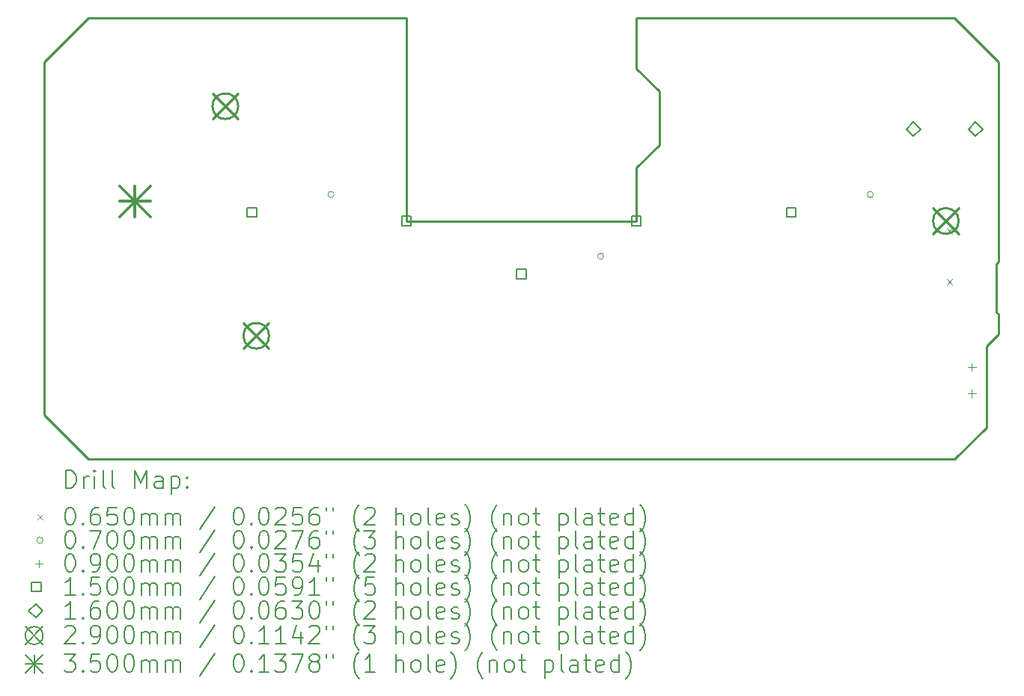
<source format=gbr>
%TF.GenerationSoftware,KiCad,Pcbnew,9.0.2*%
%TF.CreationDate,2025-08-01T13:46:34+01:00*%
%TF.ProjectId,FED3,46454433-2e6b-4696-9361-645f70636258,rev?*%
%TF.SameCoordinates,Original*%
%TF.FileFunction,Drillmap*%
%TF.FilePolarity,Positive*%
%FSLAX45Y45*%
G04 Gerber Fmt 4.5, Leading zero omitted, Abs format (unit mm)*
G04 Created by KiCad (PCBNEW 9.0.2) date 2025-08-01 13:46:34*
%MOMM*%
%LPD*%
G01*
G04 APERTURE LIST*
%ADD10C,0.250000*%
%ADD11C,0.200000*%
%ADD12C,0.100000*%
%ADD13C,0.150000*%
%ADD14C,0.160000*%
%ADD15C,0.290000*%
%ADD16C,0.350000*%
G04 APERTURE END LIST*
D10*
X20110110Y-12640360D02*
X20110110Y-11720360D01*
X16150110Y-10300360D02*
X13550110Y-10300360D01*
X16150110Y-8000360D02*
X16150110Y-8575160D01*
X16150110Y-8575160D02*
X16409710Y-8834760D01*
X9950110Y-8000360D02*
X9450110Y-8500360D01*
X20222110Y-10788360D02*
X20250110Y-10760360D01*
X20250110Y-8500360D02*
X19750110Y-8000360D01*
X20222110Y-11332360D02*
X20222110Y-10788360D01*
X20250110Y-10760360D02*
X20250110Y-8500360D01*
X16150110Y-9698360D02*
X16150110Y-10300360D01*
X20250110Y-11360360D02*
X20222110Y-11332360D01*
X13550110Y-10300360D02*
X13550110Y-8000360D01*
X9450110Y-12500360D02*
X9950110Y-13000360D01*
X16409710Y-8834760D02*
X16409710Y-9444360D01*
X19750110Y-13000360D02*
X20110110Y-12640360D01*
X19750110Y-8000360D02*
X16150110Y-8000360D01*
X20250110Y-11580360D02*
X20250110Y-11360360D01*
X9450110Y-8500360D02*
X9450110Y-12500360D01*
X9950110Y-13000360D02*
X19750110Y-13000360D01*
X16409710Y-9444360D02*
X16150110Y-9698360D01*
X20110110Y-11720360D02*
X20250110Y-11580360D01*
X13550110Y-8000360D02*
X9950110Y-8000360D01*
D11*
D12*
X19660420Y-10381860D02*
X19725420Y-10446860D01*
X19725420Y-10381860D02*
X19660420Y-10446860D01*
X19660420Y-10959860D02*
X19725420Y-11024860D01*
X19725420Y-10959860D02*
X19660420Y-11024860D01*
X12730110Y-10000360D02*
G75*
G02*
X12660110Y-10000360I-35000J0D01*
G01*
X12660110Y-10000360D02*
G75*
G02*
X12730110Y-10000360I35000J0D01*
G01*
X15780110Y-10700360D02*
G75*
G02*
X15710110Y-10700360I-35000J0D01*
G01*
X15710110Y-10700360D02*
G75*
G02*
X15780110Y-10700360I35000J0D01*
G01*
X18830110Y-10000360D02*
G75*
G02*
X18760110Y-10000360I-35000J0D01*
G01*
X18760110Y-10000360D02*
G75*
G02*
X18830110Y-10000360I35000J0D01*
G01*
X19945000Y-11910000D02*
X19945000Y-12000000D01*
X19900000Y-11955000D02*
X19990000Y-11955000D01*
X19945000Y-12210000D02*
X19945000Y-12300000D01*
X19900000Y-12255000D02*
X19990000Y-12255000D01*
D13*
X11853143Y-10253394D02*
X11853143Y-10147327D01*
X11747076Y-10147327D01*
X11747076Y-10253394D01*
X11853143Y-10253394D01*
X13603143Y-10353394D02*
X13603143Y-10247327D01*
X13497076Y-10247327D01*
X13497076Y-10353394D01*
X13603143Y-10353394D01*
X14903143Y-10953394D02*
X14903143Y-10847327D01*
X14797076Y-10847327D01*
X14797076Y-10953394D01*
X14903143Y-10953394D01*
X16203143Y-10353394D02*
X16203143Y-10247327D01*
X16097076Y-10247327D01*
X16097076Y-10353394D01*
X16203143Y-10353394D01*
X17953144Y-10253394D02*
X17953144Y-10147327D01*
X17847077Y-10147327D01*
X17847077Y-10253394D01*
X17953144Y-10253394D01*
D14*
X19284430Y-9341480D02*
X19364430Y-9261480D01*
X19284430Y-9181480D01*
X19204430Y-9261480D01*
X19284430Y-9341480D01*
X19984430Y-9341480D02*
X20064430Y-9261480D01*
X19984430Y-9181480D01*
X19904430Y-9261480D01*
X19984430Y-9341480D01*
D15*
X11355110Y-8855360D02*
X11645110Y-9145360D01*
X11645110Y-8855360D02*
X11355110Y-9145360D01*
X11645110Y-9000360D02*
G75*
G02*
X11355110Y-9000360I-145000J0D01*
G01*
X11355110Y-9000360D02*
G75*
G02*
X11645110Y-9000360I145000J0D01*
G01*
X11705110Y-11455360D02*
X11995110Y-11745360D01*
X11995110Y-11455360D02*
X11705110Y-11745360D01*
X11995110Y-11600360D02*
G75*
G02*
X11705110Y-11600360I-145000J0D01*
G01*
X11705110Y-11600360D02*
G75*
G02*
X11995110Y-11600360I145000J0D01*
G01*
X19505110Y-10155360D02*
X19795110Y-10445360D01*
X19795110Y-10155360D02*
X19505110Y-10445360D01*
X19795110Y-10300360D02*
G75*
G02*
X19505110Y-10300360I-145000J0D01*
G01*
X19505110Y-10300360D02*
G75*
G02*
X19795110Y-10300360I145000J0D01*
G01*
D16*
X10303810Y-9904360D02*
X10653810Y-10254360D01*
X10653810Y-9904360D02*
X10303810Y-10254360D01*
X10478810Y-9904360D02*
X10478810Y-10254360D01*
X10303810Y-10079360D02*
X10653810Y-10079360D01*
D11*
X9698387Y-13324344D02*
X9698387Y-13124344D01*
X9698387Y-13124344D02*
X9746006Y-13124344D01*
X9746006Y-13124344D02*
X9774577Y-13133868D01*
X9774577Y-13133868D02*
X9793625Y-13152915D01*
X9793625Y-13152915D02*
X9803149Y-13171963D01*
X9803149Y-13171963D02*
X9812673Y-13210058D01*
X9812673Y-13210058D02*
X9812673Y-13238629D01*
X9812673Y-13238629D02*
X9803149Y-13276725D01*
X9803149Y-13276725D02*
X9793625Y-13295772D01*
X9793625Y-13295772D02*
X9774577Y-13314820D01*
X9774577Y-13314820D02*
X9746006Y-13324344D01*
X9746006Y-13324344D02*
X9698387Y-13324344D01*
X9898387Y-13324344D02*
X9898387Y-13191010D01*
X9898387Y-13229106D02*
X9907911Y-13210058D01*
X9907911Y-13210058D02*
X9917434Y-13200534D01*
X9917434Y-13200534D02*
X9936482Y-13191010D01*
X9936482Y-13191010D02*
X9955530Y-13191010D01*
X10022196Y-13324344D02*
X10022196Y-13191010D01*
X10022196Y-13124344D02*
X10012673Y-13133868D01*
X10012673Y-13133868D02*
X10022196Y-13143391D01*
X10022196Y-13143391D02*
X10031720Y-13133868D01*
X10031720Y-13133868D02*
X10022196Y-13124344D01*
X10022196Y-13124344D02*
X10022196Y-13143391D01*
X10146006Y-13324344D02*
X10126958Y-13314820D01*
X10126958Y-13314820D02*
X10117434Y-13295772D01*
X10117434Y-13295772D02*
X10117434Y-13124344D01*
X10250768Y-13324344D02*
X10231720Y-13314820D01*
X10231720Y-13314820D02*
X10222196Y-13295772D01*
X10222196Y-13295772D02*
X10222196Y-13124344D01*
X10479339Y-13324344D02*
X10479339Y-13124344D01*
X10479339Y-13124344D02*
X10546006Y-13267201D01*
X10546006Y-13267201D02*
X10612673Y-13124344D01*
X10612673Y-13124344D02*
X10612673Y-13324344D01*
X10793625Y-13324344D02*
X10793625Y-13219582D01*
X10793625Y-13219582D02*
X10784101Y-13200534D01*
X10784101Y-13200534D02*
X10765054Y-13191010D01*
X10765054Y-13191010D02*
X10726958Y-13191010D01*
X10726958Y-13191010D02*
X10707911Y-13200534D01*
X10793625Y-13314820D02*
X10774577Y-13324344D01*
X10774577Y-13324344D02*
X10726958Y-13324344D01*
X10726958Y-13324344D02*
X10707911Y-13314820D01*
X10707911Y-13314820D02*
X10698387Y-13295772D01*
X10698387Y-13295772D02*
X10698387Y-13276725D01*
X10698387Y-13276725D02*
X10707911Y-13257677D01*
X10707911Y-13257677D02*
X10726958Y-13248153D01*
X10726958Y-13248153D02*
X10774577Y-13248153D01*
X10774577Y-13248153D02*
X10793625Y-13238629D01*
X10888863Y-13191010D02*
X10888863Y-13391010D01*
X10888863Y-13200534D02*
X10907911Y-13191010D01*
X10907911Y-13191010D02*
X10946006Y-13191010D01*
X10946006Y-13191010D02*
X10965054Y-13200534D01*
X10965054Y-13200534D02*
X10974577Y-13210058D01*
X10974577Y-13210058D02*
X10984101Y-13229106D01*
X10984101Y-13229106D02*
X10984101Y-13286248D01*
X10984101Y-13286248D02*
X10974577Y-13305296D01*
X10974577Y-13305296D02*
X10965054Y-13314820D01*
X10965054Y-13314820D02*
X10946006Y-13324344D01*
X10946006Y-13324344D02*
X10907911Y-13324344D01*
X10907911Y-13324344D02*
X10888863Y-13314820D01*
X11069815Y-13305296D02*
X11079339Y-13314820D01*
X11079339Y-13314820D02*
X11069815Y-13324344D01*
X11069815Y-13324344D02*
X11060292Y-13314820D01*
X11060292Y-13314820D02*
X11069815Y-13305296D01*
X11069815Y-13305296D02*
X11069815Y-13324344D01*
X11069815Y-13200534D02*
X11079339Y-13210058D01*
X11079339Y-13210058D02*
X11069815Y-13219582D01*
X11069815Y-13219582D02*
X11060292Y-13210058D01*
X11060292Y-13210058D02*
X11069815Y-13200534D01*
X11069815Y-13200534D02*
X11069815Y-13219582D01*
D12*
X9372610Y-13620360D02*
X9437610Y-13685360D01*
X9437610Y-13620360D02*
X9372610Y-13685360D01*
D11*
X9736482Y-13544344D02*
X9755530Y-13544344D01*
X9755530Y-13544344D02*
X9774577Y-13553868D01*
X9774577Y-13553868D02*
X9784101Y-13563391D01*
X9784101Y-13563391D02*
X9793625Y-13582439D01*
X9793625Y-13582439D02*
X9803149Y-13620534D01*
X9803149Y-13620534D02*
X9803149Y-13668153D01*
X9803149Y-13668153D02*
X9793625Y-13706248D01*
X9793625Y-13706248D02*
X9784101Y-13725296D01*
X9784101Y-13725296D02*
X9774577Y-13734820D01*
X9774577Y-13734820D02*
X9755530Y-13744344D01*
X9755530Y-13744344D02*
X9736482Y-13744344D01*
X9736482Y-13744344D02*
X9717434Y-13734820D01*
X9717434Y-13734820D02*
X9707911Y-13725296D01*
X9707911Y-13725296D02*
X9698387Y-13706248D01*
X9698387Y-13706248D02*
X9688863Y-13668153D01*
X9688863Y-13668153D02*
X9688863Y-13620534D01*
X9688863Y-13620534D02*
X9698387Y-13582439D01*
X9698387Y-13582439D02*
X9707911Y-13563391D01*
X9707911Y-13563391D02*
X9717434Y-13553868D01*
X9717434Y-13553868D02*
X9736482Y-13544344D01*
X9888863Y-13725296D02*
X9898387Y-13734820D01*
X9898387Y-13734820D02*
X9888863Y-13744344D01*
X9888863Y-13744344D02*
X9879339Y-13734820D01*
X9879339Y-13734820D02*
X9888863Y-13725296D01*
X9888863Y-13725296D02*
X9888863Y-13744344D01*
X10069815Y-13544344D02*
X10031720Y-13544344D01*
X10031720Y-13544344D02*
X10012673Y-13553868D01*
X10012673Y-13553868D02*
X10003149Y-13563391D01*
X10003149Y-13563391D02*
X9984101Y-13591963D01*
X9984101Y-13591963D02*
X9974577Y-13630058D01*
X9974577Y-13630058D02*
X9974577Y-13706248D01*
X9974577Y-13706248D02*
X9984101Y-13725296D01*
X9984101Y-13725296D02*
X9993625Y-13734820D01*
X9993625Y-13734820D02*
X10012673Y-13744344D01*
X10012673Y-13744344D02*
X10050768Y-13744344D01*
X10050768Y-13744344D02*
X10069815Y-13734820D01*
X10069815Y-13734820D02*
X10079339Y-13725296D01*
X10079339Y-13725296D02*
X10088863Y-13706248D01*
X10088863Y-13706248D02*
X10088863Y-13658629D01*
X10088863Y-13658629D02*
X10079339Y-13639582D01*
X10079339Y-13639582D02*
X10069815Y-13630058D01*
X10069815Y-13630058D02*
X10050768Y-13620534D01*
X10050768Y-13620534D02*
X10012673Y-13620534D01*
X10012673Y-13620534D02*
X9993625Y-13630058D01*
X9993625Y-13630058D02*
X9984101Y-13639582D01*
X9984101Y-13639582D02*
X9974577Y-13658629D01*
X10269815Y-13544344D02*
X10174577Y-13544344D01*
X10174577Y-13544344D02*
X10165054Y-13639582D01*
X10165054Y-13639582D02*
X10174577Y-13630058D01*
X10174577Y-13630058D02*
X10193625Y-13620534D01*
X10193625Y-13620534D02*
X10241244Y-13620534D01*
X10241244Y-13620534D02*
X10260292Y-13630058D01*
X10260292Y-13630058D02*
X10269815Y-13639582D01*
X10269815Y-13639582D02*
X10279339Y-13658629D01*
X10279339Y-13658629D02*
X10279339Y-13706248D01*
X10279339Y-13706248D02*
X10269815Y-13725296D01*
X10269815Y-13725296D02*
X10260292Y-13734820D01*
X10260292Y-13734820D02*
X10241244Y-13744344D01*
X10241244Y-13744344D02*
X10193625Y-13744344D01*
X10193625Y-13744344D02*
X10174577Y-13734820D01*
X10174577Y-13734820D02*
X10165054Y-13725296D01*
X10403149Y-13544344D02*
X10422196Y-13544344D01*
X10422196Y-13544344D02*
X10441244Y-13553868D01*
X10441244Y-13553868D02*
X10450768Y-13563391D01*
X10450768Y-13563391D02*
X10460292Y-13582439D01*
X10460292Y-13582439D02*
X10469815Y-13620534D01*
X10469815Y-13620534D02*
X10469815Y-13668153D01*
X10469815Y-13668153D02*
X10460292Y-13706248D01*
X10460292Y-13706248D02*
X10450768Y-13725296D01*
X10450768Y-13725296D02*
X10441244Y-13734820D01*
X10441244Y-13734820D02*
X10422196Y-13744344D01*
X10422196Y-13744344D02*
X10403149Y-13744344D01*
X10403149Y-13744344D02*
X10384101Y-13734820D01*
X10384101Y-13734820D02*
X10374577Y-13725296D01*
X10374577Y-13725296D02*
X10365054Y-13706248D01*
X10365054Y-13706248D02*
X10355530Y-13668153D01*
X10355530Y-13668153D02*
X10355530Y-13620534D01*
X10355530Y-13620534D02*
X10365054Y-13582439D01*
X10365054Y-13582439D02*
X10374577Y-13563391D01*
X10374577Y-13563391D02*
X10384101Y-13553868D01*
X10384101Y-13553868D02*
X10403149Y-13544344D01*
X10555530Y-13744344D02*
X10555530Y-13611010D01*
X10555530Y-13630058D02*
X10565054Y-13620534D01*
X10565054Y-13620534D02*
X10584101Y-13611010D01*
X10584101Y-13611010D02*
X10612673Y-13611010D01*
X10612673Y-13611010D02*
X10631720Y-13620534D01*
X10631720Y-13620534D02*
X10641244Y-13639582D01*
X10641244Y-13639582D02*
X10641244Y-13744344D01*
X10641244Y-13639582D02*
X10650768Y-13620534D01*
X10650768Y-13620534D02*
X10669815Y-13611010D01*
X10669815Y-13611010D02*
X10698387Y-13611010D01*
X10698387Y-13611010D02*
X10717435Y-13620534D01*
X10717435Y-13620534D02*
X10726958Y-13639582D01*
X10726958Y-13639582D02*
X10726958Y-13744344D01*
X10822196Y-13744344D02*
X10822196Y-13611010D01*
X10822196Y-13630058D02*
X10831720Y-13620534D01*
X10831720Y-13620534D02*
X10850768Y-13611010D01*
X10850768Y-13611010D02*
X10879339Y-13611010D01*
X10879339Y-13611010D02*
X10898387Y-13620534D01*
X10898387Y-13620534D02*
X10907911Y-13639582D01*
X10907911Y-13639582D02*
X10907911Y-13744344D01*
X10907911Y-13639582D02*
X10917435Y-13620534D01*
X10917435Y-13620534D02*
X10936482Y-13611010D01*
X10936482Y-13611010D02*
X10965054Y-13611010D01*
X10965054Y-13611010D02*
X10984101Y-13620534D01*
X10984101Y-13620534D02*
X10993625Y-13639582D01*
X10993625Y-13639582D02*
X10993625Y-13744344D01*
X11384101Y-13534820D02*
X11212673Y-13791963D01*
X11641244Y-13544344D02*
X11660292Y-13544344D01*
X11660292Y-13544344D02*
X11679339Y-13553868D01*
X11679339Y-13553868D02*
X11688863Y-13563391D01*
X11688863Y-13563391D02*
X11698387Y-13582439D01*
X11698387Y-13582439D02*
X11707911Y-13620534D01*
X11707911Y-13620534D02*
X11707911Y-13668153D01*
X11707911Y-13668153D02*
X11698387Y-13706248D01*
X11698387Y-13706248D02*
X11688863Y-13725296D01*
X11688863Y-13725296D02*
X11679339Y-13734820D01*
X11679339Y-13734820D02*
X11660292Y-13744344D01*
X11660292Y-13744344D02*
X11641244Y-13744344D01*
X11641244Y-13744344D02*
X11622196Y-13734820D01*
X11622196Y-13734820D02*
X11612673Y-13725296D01*
X11612673Y-13725296D02*
X11603149Y-13706248D01*
X11603149Y-13706248D02*
X11593625Y-13668153D01*
X11593625Y-13668153D02*
X11593625Y-13620534D01*
X11593625Y-13620534D02*
X11603149Y-13582439D01*
X11603149Y-13582439D02*
X11612673Y-13563391D01*
X11612673Y-13563391D02*
X11622196Y-13553868D01*
X11622196Y-13553868D02*
X11641244Y-13544344D01*
X11793625Y-13725296D02*
X11803149Y-13734820D01*
X11803149Y-13734820D02*
X11793625Y-13744344D01*
X11793625Y-13744344D02*
X11784101Y-13734820D01*
X11784101Y-13734820D02*
X11793625Y-13725296D01*
X11793625Y-13725296D02*
X11793625Y-13744344D01*
X11926958Y-13544344D02*
X11946006Y-13544344D01*
X11946006Y-13544344D02*
X11965054Y-13553868D01*
X11965054Y-13553868D02*
X11974577Y-13563391D01*
X11974577Y-13563391D02*
X11984101Y-13582439D01*
X11984101Y-13582439D02*
X11993625Y-13620534D01*
X11993625Y-13620534D02*
X11993625Y-13668153D01*
X11993625Y-13668153D02*
X11984101Y-13706248D01*
X11984101Y-13706248D02*
X11974577Y-13725296D01*
X11974577Y-13725296D02*
X11965054Y-13734820D01*
X11965054Y-13734820D02*
X11946006Y-13744344D01*
X11946006Y-13744344D02*
X11926958Y-13744344D01*
X11926958Y-13744344D02*
X11907911Y-13734820D01*
X11907911Y-13734820D02*
X11898387Y-13725296D01*
X11898387Y-13725296D02*
X11888863Y-13706248D01*
X11888863Y-13706248D02*
X11879339Y-13668153D01*
X11879339Y-13668153D02*
X11879339Y-13620534D01*
X11879339Y-13620534D02*
X11888863Y-13582439D01*
X11888863Y-13582439D02*
X11898387Y-13563391D01*
X11898387Y-13563391D02*
X11907911Y-13553868D01*
X11907911Y-13553868D02*
X11926958Y-13544344D01*
X12069816Y-13563391D02*
X12079339Y-13553868D01*
X12079339Y-13553868D02*
X12098387Y-13544344D01*
X12098387Y-13544344D02*
X12146006Y-13544344D01*
X12146006Y-13544344D02*
X12165054Y-13553868D01*
X12165054Y-13553868D02*
X12174577Y-13563391D01*
X12174577Y-13563391D02*
X12184101Y-13582439D01*
X12184101Y-13582439D02*
X12184101Y-13601487D01*
X12184101Y-13601487D02*
X12174577Y-13630058D01*
X12174577Y-13630058D02*
X12060292Y-13744344D01*
X12060292Y-13744344D02*
X12184101Y-13744344D01*
X12365054Y-13544344D02*
X12269816Y-13544344D01*
X12269816Y-13544344D02*
X12260292Y-13639582D01*
X12260292Y-13639582D02*
X12269816Y-13630058D01*
X12269816Y-13630058D02*
X12288863Y-13620534D01*
X12288863Y-13620534D02*
X12336482Y-13620534D01*
X12336482Y-13620534D02*
X12355530Y-13630058D01*
X12355530Y-13630058D02*
X12365054Y-13639582D01*
X12365054Y-13639582D02*
X12374577Y-13658629D01*
X12374577Y-13658629D02*
X12374577Y-13706248D01*
X12374577Y-13706248D02*
X12365054Y-13725296D01*
X12365054Y-13725296D02*
X12355530Y-13734820D01*
X12355530Y-13734820D02*
X12336482Y-13744344D01*
X12336482Y-13744344D02*
X12288863Y-13744344D01*
X12288863Y-13744344D02*
X12269816Y-13734820D01*
X12269816Y-13734820D02*
X12260292Y-13725296D01*
X12546006Y-13544344D02*
X12507911Y-13544344D01*
X12507911Y-13544344D02*
X12488863Y-13553868D01*
X12488863Y-13553868D02*
X12479339Y-13563391D01*
X12479339Y-13563391D02*
X12460292Y-13591963D01*
X12460292Y-13591963D02*
X12450768Y-13630058D01*
X12450768Y-13630058D02*
X12450768Y-13706248D01*
X12450768Y-13706248D02*
X12460292Y-13725296D01*
X12460292Y-13725296D02*
X12469816Y-13734820D01*
X12469816Y-13734820D02*
X12488863Y-13744344D01*
X12488863Y-13744344D02*
X12526958Y-13744344D01*
X12526958Y-13744344D02*
X12546006Y-13734820D01*
X12546006Y-13734820D02*
X12555530Y-13725296D01*
X12555530Y-13725296D02*
X12565054Y-13706248D01*
X12565054Y-13706248D02*
X12565054Y-13658629D01*
X12565054Y-13658629D02*
X12555530Y-13639582D01*
X12555530Y-13639582D02*
X12546006Y-13630058D01*
X12546006Y-13630058D02*
X12526958Y-13620534D01*
X12526958Y-13620534D02*
X12488863Y-13620534D01*
X12488863Y-13620534D02*
X12469816Y-13630058D01*
X12469816Y-13630058D02*
X12460292Y-13639582D01*
X12460292Y-13639582D02*
X12450768Y-13658629D01*
X12641244Y-13544344D02*
X12641244Y-13582439D01*
X12717435Y-13544344D02*
X12717435Y-13582439D01*
X13012673Y-13820534D02*
X13003149Y-13811010D01*
X13003149Y-13811010D02*
X12984101Y-13782439D01*
X12984101Y-13782439D02*
X12974578Y-13763391D01*
X12974578Y-13763391D02*
X12965054Y-13734820D01*
X12965054Y-13734820D02*
X12955530Y-13687201D01*
X12955530Y-13687201D02*
X12955530Y-13649106D01*
X12955530Y-13649106D02*
X12965054Y-13601487D01*
X12965054Y-13601487D02*
X12974578Y-13572915D01*
X12974578Y-13572915D02*
X12984101Y-13553868D01*
X12984101Y-13553868D02*
X13003149Y-13525296D01*
X13003149Y-13525296D02*
X13012673Y-13515772D01*
X13079339Y-13563391D02*
X13088863Y-13553868D01*
X13088863Y-13553868D02*
X13107911Y-13544344D01*
X13107911Y-13544344D02*
X13155530Y-13544344D01*
X13155530Y-13544344D02*
X13174578Y-13553868D01*
X13174578Y-13553868D02*
X13184101Y-13563391D01*
X13184101Y-13563391D02*
X13193625Y-13582439D01*
X13193625Y-13582439D02*
X13193625Y-13601487D01*
X13193625Y-13601487D02*
X13184101Y-13630058D01*
X13184101Y-13630058D02*
X13069816Y-13744344D01*
X13069816Y-13744344D02*
X13193625Y-13744344D01*
X13431720Y-13744344D02*
X13431720Y-13544344D01*
X13517435Y-13744344D02*
X13517435Y-13639582D01*
X13517435Y-13639582D02*
X13507911Y-13620534D01*
X13507911Y-13620534D02*
X13488863Y-13611010D01*
X13488863Y-13611010D02*
X13460292Y-13611010D01*
X13460292Y-13611010D02*
X13441244Y-13620534D01*
X13441244Y-13620534D02*
X13431720Y-13630058D01*
X13641244Y-13744344D02*
X13622197Y-13734820D01*
X13622197Y-13734820D02*
X13612673Y-13725296D01*
X13612673Y-13725296D02*
X13603149Y-13706248D01*
X13603149Y-13706248D02*
X13603149Y-13649106D01*
X13603149Y-13649106D02*
X13612673Y-13630058D01*
X13612673Y-13630058D02*
X13622197Y-13620534D01*
X13622197Y-13620534D02*
X13641244Y-13611010D01*
X13641244Y-13611010D02*
X13669816Y-13611010D01*
X13669816Y-13611010D02*
X13688863Y-13620534D01*
X13688863Y-13620534D02*
X13698387Y-13630058D01*
X13698387Y-13630058D02*
X13707911Y-13649106D01*
X13707911Y-13649106D02*
X13707911Y-13706248D01*
X13707911Y-13706248D02*
X13698387Y-13725296D01*
X13698387Y-13725296D02*
X13688863Y-13734820D01*
X13688863Y-13734820D02*
X13669816Y-13744344D01*
X13669816Y-13744344D02*
X13641244Y-13744344D01*
X13822197Y-13744344D02*
X13803149Y-13734820D01*
X13803149Y-13734820D02*
X13793625Y-13715772D01*
X13793625Y-13715772D02*
X13793625Y-13544344D01*
X13974578Y-13734820D02*
X13955530Y-13744344D01*
X13955530Y-13744344D02*
X13917435Y-13744344D01*
X13917435Y-13744344D02*
X13898387Y-13734820D01*
X13898387Y-13734820D02*
X13888863Y-13715772D01*
X13888863Y-13715772D02*
X13888863Y-13639582D01*
X13888863Y-13639582D02*
X13898387Y-13620534D01*
X13898387Y-13620534D02*
X13917435Y-13611010D01*
X13917435Y-13611010D02*
X13955530Y-13611010D01*
X13955530Y-13611010D02*
X13974578Y-13620534D01*
X13974578Y-13620534D02*
X13984101Y-13639582D01*
X13984101Y-13639582D02*
X13984101Y-13658629D01*
X13984101Y-13658629D02*
X13888863Y-13677677D01*
X14060292Y-13734820D02*
X14079340Y-13744344D01*
X14079340Y-13744344D02*
X14117435Y-13744344D01*
X14117435Y-13744344D02*
X14136482Y-13734820D01*
X14136482Y-13734820D02*
X14146006Y-13715772D01*
X14146006Y-13715772D02*
X14146006Y-13706248D01*
X14146006Y-13706248D02*
X14136482Y-13687201D01*
X14136482Y-13687201D02*
X14117435Y-13677677D01*
X14117435Y-13677677D02*
X14088863Y-13677677D01*
X14088863Y-13677677D02*
X14069816Y-13668153D01*
X14069816Y-13668153D02*
X14060292Y-13649106D01*
X14060292Y-13649106D02*
X14060292Y-13639582D01*
X14060292Y-13639582D02*
X14069816Y-13620534D01*
X14069816Y-13620534D02*
X14088863Y-13611010D01*
X14088863Y-13611010D02*
X14117435Y-13611010D01*
X14117435Y-13611010D02*
X14136482Y-13620534D01*
X14212673Y-13820534D02*
X14222197Y-13811010D01*
X14222197Y-13811010D02*
X14241244Y-13782439D01*
X14241244Y-13782439D02*
X14250768Y-13763391D01*
X14250768Y-13763391D02*
X14260292Y-13734820D01*
X14260292Y-13734820D02*
X14269816Y-13687201D01*
X14269816Y-13687201D02*
X14269816Y-13649106D01*
X14269816Y-13649106D02*
X14260292Y-13601487D01*
X14260292Y-13601487D02*
X14250768Y-13572915D01*
X14250768Y-13572915D02*
X14241244Y-13553868D01*
X14241244Y-13553868D02*
X14222197Y-13525296D01*
X14222197Y-13525296D02*
X14212673Y-13515772D01*
X14574578Y-13820534D02*
X14565054Y-13811010D01*
X14565054Y-13811010D02*
X14546006Y-13782439D01*
X14546006Y-13782439D02*
X14536482Y-13763391D01*
X14536482Y-13763391D02*
X14526959Y-13734820D01*
X14526959Y-13734820D02*
X14517435Y-13687201D01*
X14517435Y-13687201D02*
X14517435Y-13649106D01*
X14517435Y-13649106D02*
X14526959Y-13601487D01*
X14526959Y-13601487D02*
X14536482Y-13572915D01*
X14536482Y-13572915D02*
X14546006Y-13553868D01*
X14546006Y-13553868D02*
X14565054Y-13525296D01*
X14565054Y-13525296D02*
X14574578Y-13515772D01*
X14650768Y-13611010D02*
X14650768Y-13744344D01*
X14650768Y-13630058D02*
X14660292Y-13620534D01*
X14660292Y-13620534D02*
X14679340Y-13611010D01*
X14679340Y-13611010D02*
X14707911Y-13611010D01*
X14707911Y-13611010D02*
X14726959Y-13620534D01*
X14726959Y-13620534D02*
X14736482Y-13639582D01*
X14736482Y-13639582D02*
X14736482Y-13744344D01*
X14860292Y-13744344D02*
X14841244Y-13734820D01*
X14841244Y-13734820D02*
X14831721Y-13725296D01*
X14831721Y-13725296D02*
X14822197Y-13706248D01*
X14822197Y-13706248D02*
X14822197Y-13649106D01*
X14822197Y-13649106D02*
X14831721Y-13630058D01*
X14831721Y-13630058D02*
X14841244Y-13620534D01*
X14841244Y-13620534D02*
X14860292Y-13611010D01*
X14860292Y-13611010D02*
X14888863Y-13611010D01*
X14888863Y-13611010D02*
X14907911Y-13620534D01*
X14907911Y-13620534D02*
X14917435Y-13630058D01*
X14917435Y-13630058D02*
X14926959Y-13649106D01*
X14926959Y-13649106D02*
X14926959Y-13706248D01*
X14926959Y-13706248D02*
X14917435Y-13725296D01*
X14917435Y-13725296D02*
X14907911Y-13734820D01*
X14907911Y-13734820D02*
X14888863Y-13744344D01*
X14888863Y-13744344D02*
X14860292Y-13744344D01*
X14984102Y-13611010D02*
X15060292Y-13611010D01*
X15012673Y-13544344D02*
X15012673Y-13715772D01*
X15012673Y-13715772D02*
X15022197Y-13734820D01*
X15022197Y-13734820D02*
X15041244Y-13744344D01*
X15041244Y-13744344D02*
X15060292Y-13744344D01*
X15279340Y-13611010D02*
X15279340Y-13811010D01*
X15279340Y-13620534D02*
X15298387Y-13611010D01*
X15298387Y-13611010D02*
X15336483Y-13611010D01*
X15336483Y-13611010D02*
X15355530Y-13620534D01*
X15355530Y-13620534D02*
X15365054Y-13630058D01*
X15365054Y-13630058D02*
X15374578Y-13649106D01*
X15374578Y-13649106D02*
X15374578Y-13706248D01*
X15374578Y-13706248D02*
X15365054Y-13725296D01*
X15365054Y-13725296D02*
X15355530Y-13734820D01*
X15355530Y-13734820D02*
X15336483Y-13744344D01*
X15336483Y-13744344D02*
X15298387Y-13744344D01*
X15298387Y-13744344D02*
X15279340Y-13734820D01*
X15488863Y-13744344D02*
X15469816Y-13734820D01*
X15469816Y-13734820D02*
X15460292Y-13715772D01*
X15460292Y-13715772D02*
X15460292Y-13544344D01*
X15650768Y-13744344D02*
X15650768Y-13639582D01*
X15650768Y-13639582D02*
X15641244Y-13620534D01*
X15641244Y-13620534D02*
X15622197Y-13611010D01*
X15622197Y-13611010D02*
X15584102Y-13611010D01*
X15584102Y-13611010D02*
X15565054Y-13620534D01*
X15650768Y-13734820D02*
X15631721Y-13744344D01*
X15631721Y-13744344D02*
X15584102Y-13744344D01*
X15584102Y-13744344D02*
X15565054Y-13734820D01*
X15565054Y-13734820D02*
X15555530Y-13715772D01*
X15555530Y-13715772D02*
X15555530Y-13696725D01*
X15555530Y-13696725D02*
X15565054Y-13677677D01*
X15565054Y-13677677D02*
X15584102Y-13668153D01*
X15584102Y-13668153D02*
X15631721Y-13668153D01*
X15631721Y-13668153D02*
X15650768Y-13658629D01*
X15717435Y-13611010D02*
X15793625Y-13611010D01*
X15746006Y-13544344D02*
X15746006Y-13715772D01*
X15746006Y-13715772D02*
X15755530Y-13734820D01*
X15755530Y-13734820D02*
X15774578Y-13744344D01*
X15774578Y-13744344D02*
X15793625Y-13744344D01*
X15936483Y-13734820D02*
X15917435Y-13744344D01*
X15917435Y-13744344D02*
X15879340Y-13744344D01*
X15879340Y-13744344D02*
X15860292Y-13734820D01*
X15860292Y-13734820D02*
X15850768Y-13715772D01*
X15850768Y-13715772D02*
X15850768Y-13639582D01*
X15850768Y-13639582D02*
X15860292Y-13620534D01*
X15860292Y-13620534D02*
X15879340Y-13611010D01*
X15879340Y-13611010D02*
X15917435Y-13611010D01*
X15917435Y-13611010D02*
X15936483Y-13620534D01*
X15936483Y-13620534D02*
X15946006Y-13639582D01*
X15946006Y-13639582D02*
X15946006Y-13658629D01*
X15946006Y-13658629D02*
X15850768Y-13677677D01*
X16117435Y-13744344D02*
X16117435Y-13544344D01*
X16117435Y-13734820D02*
X16098387Y-13744344D01*
X16098387Y-13744344D02*
X16060292Y-13744344D01*
X16060292Y-13744344D02*
X16041244Y-13734820D01*
X16041244Y-13734820D02*
X16031721Y-13725296D01*
X16031721Y-13725296D02*
X16022197Y-13706248D01*
X16022197Y-13706248D02*
X16022197Y-13649106D01*
X16022197Y-13649106D02*
X16031721Y-13630058D01*
X16031721Y-13630058D02*
X16041244Y-13620534D01*
X16041244Y-13620534D02*
X16060292Y-13611010D01*
X16060292Y-13611010D02*
X16098387Y-13611010D01*
X16098387Y-13611010D02*
X16117435Y-13620534D01*
X16193625Y-13820534D02*
X16203149Y-13811010D01*
X16203149Y-13811010D02*
X16222197Y-13782439D01*
X16222197Y-13782439D02*
X16231721Y-13763391D01*
X16231721Y-13763391D02*
X16241244Y-13734820D01*
X16241244Y-13734820D02*
X16250768Y-13687201D01*
X16250768Y-13687201D02*
X16250768Y-13649106D01*
X16250768Y-13649106D02*
X16241244Y-13601487D01*
X16241244Y-13601487D02*
X16231721Y-13572915D01*
X16231721Y-13572915D02*
X16222197Y-13553868D01*
X16222197Y-13553868D02*
X16203149Y-13525296D01*
X16203149Y-13525296D02*
X16193625Y-13515772D01*
D12*
X9437610Y-13916860D02*
G75*
G02*
X9367610Y-13916860I-35000J0D01*
G01*
X9367610Y-13916860D02*
G75*
G02*
X9437610Y-13916860I35000J0D01*
G01*
D11*
X9736482Y-13808344D02*
X9755530Y-13808344D01*
X9755530Y-13808344D02*
X9774577Y-13817868D01*
X9774577Y-13817868D02*
X9784101Y-13827391D01*
X9784101Y-13827391D02*
X9793625Y-13846439D01*
X9793625Y-13846439D02*
X9803149Y-13884534D01*
X9803149Y-13884534D02*
X9803149Y-13932153D01*
X9803149Y-13932153D02*
X9793625Y-13970248D01*
X9793625Y-13970248D02*
X9784101Y-13989296D01*
X9784101Y-13989296D02*
X9774577Y-13998820D01*
X9774577Y-13998820D02*
X9755530Y-14008344D01*
X9755530Y-14008344D02*
X9736482Y-14008344D01*
X9736482Y-14008344D02*
X9717434Y-13998820D01*
X9717434Y-13998820D02*
X9707911Y-13989296D01*
X9707911Y-13989296D02*
X9698387Y-13970248D01*
X9698387Y-13970248D02*
X9688863Y-13932153D01*
X9688863Y-13932153D02*
X9688863Y-13884534D01*
X9688863Y-13884534D02*
X9698387Y-13846439D01*
X9698387Y-13846439D02*
X9707911Y-13827391D01*
X9707911Y-13827391D02*
X9717434Y-13817868D01*
X9717434Y-13817868D02*
X9736482Y-13808344D01*
X9888863Y-13989296D02*
X9898387Y-13998820D01*
X9898387Y-13998820D02*
X9888863Y-14008344D01*
X9888863Y-14008344D02*
X9879339Y-13998820D01*
X9879339Y-13998820D02*
X9888863Y-13989296D01*
X9888863Y-13989296D02*
X9888863Y-14008344D01*
X9965054Y-13808344D02*
X10098387Y-13808344D01*
X10098387Y-13808344D02*
X10012673Y-14008344D01*
X10212673Y-13808344D02*
X10231720Y-13808344D01*
X10231720Y-13808344D02*
X10250768Y-13817868D01*
X10250768Y-13817868D02*
X10260292Y-13827391D01*
X10260292Y-13827391D02*
X10269815Y-13846439D01*
X10269815Y-13846439D02*
X10279339Y-13884534D01*
X10279339Y-13884534D02*
X10279339Y-13932153D01*
X10279339Y-13932153D02*
X10269815Y-13970248D01*
X10269815Y-13970248D02*
X10260292Y-13989296D01*
X10260292Y-13989296D02*
X10250768Y-13998820D01*
X10250768Y-13998820D02*
X10231720Y-14008344D01*
X10231720Y-14008344D02*
X10212673Y-14008344D01*
X10212673Y-14008344D02*
X10193625Y-13998820D01*
X10193625Y-13998820D02*
X10184101Y-13989296D01*
X10184101Y-13989296D02*
X10174577Y-13970248D01*
X10174577Y-13970248D02*
X10165054Y-13932153D01*
X10165054Y-13932153D02*
X10165054Y-13884534D01*
X10165054Y-13884534D02*
X10174577Y-13846439D01*
X10174577Y-13846439D02*
X10184101Y-13827391D01*
X10184101Y-13827391D02*
X10193625Y-13817868D01*
X10193625Y-13817868D02*
X10212673Y-13808344D01*
X10403149Y-13808344D02*
X10422196Y-13808344D01*
X10422196Y-13808344D02*
X10441244Y-13817868D01*
X10441244Y-13817868D02*
X10450768Y-13827391D01*
X10450768Y-13827391D02*
X10460292Y-13846439D01*
X10460292Y-13846439D02*
X10469815Y-13884534D01*
X10469815Y-13884534D02*
X10469815Y-13932153D01*
X10469815Y-13932153D02*
X10460292Y-13970248D01*
X10460292Y-13970248D02*
X10450768Y-13989296D01*
X10450768Y-13989296D02*
X10441244Y-13998820D01*
X10441244Y-13998820D02*
X10422196Y-14008344D01*
X10422196Y-14008344D02*
X10403149Y-14008344D01*
X10403149Y-14008344D02*
X10384101Y-13998820D01*
X10384101Y-13998820D02*
X10374577Y-13989296D01*
X10374577Y-13989296D02*
X10365054Y-13970248D01*
X10365054Y-13970248D02*
X10355530Y-13932153D01*
X10355530Y-13932153D02*
X10355530Y-13884534D01*
X10355530Y-13884534D02*
X10365054Y-13846439D01*
X10365054Y-13846439D02*
X10374577Y-13827391D01*
X10374577Y-13827391D02*
X10384101Y-13817868D01*
X10384101Y-13817868D02*
X10403149Y-13808344D01*
X10555530Y-14008344D02*
X10555530Y-13875010D01*
X10555530Y-13894058D02*
X10565054Y-13884534D01*
X10565054Y-13884534D02*
X10584101Y-13875010D01*
X10584101Y-13875010D02*
X10612673Y-13875010D01*
X10612673Y-13875010D02*
X10631720Y-13884534D01*
X10631720Y-13884534D02*
X10641244Y-13903582D01*
X10641244Y-13903582D02*
X10641244Y-14008344D01*
X10641244Y-13903582D02*
X10650768Y-13884534D01*
X10650768Y-13884534D02*
X10669815Y-13875010D01*
X10669815Y-13875010D02*
X10698387Y-13875010D01*
X10698387Y-13875010D02*
X10717435Y-13884534D01*
X10717435Y-13884534D02*
X10726958Y-13903582D01*
X10726958Y-13903582D02*
X10726958Y-14008344D01*
X10822196Y-14008344D02*
X10822196Y-13875010D01*
X10822196Y-13894058D02*
X10831720Y-13884534D01*
X10831720Y-13884534D02*
X10850768Y-13875010D01*
X10850768Y-13875010D02*
X10879339Y-13875010D01*
X10879339Y-13875010D02*
X10898387Y-13884534D01*
X10898387Y-13884534D02*
X10907911Y-13903582D01*
X10907911Y-13903582D02*
X10907911Y-14008344D01*
X10907911Y-13903582D02*
X10917435Y-13884534D01*
X10917435Y-13884534D02*
X10936482Y-13875010D01*
X10936482Y-13875010D02*
X10965054Y-13875010D01*
X10965054Y-13875010D02*
X10984101Y-13884534D01*
X10984101Y-13884534D02*
X10993625Y-13903582D01*
X10993625Y-13903582D02*
X10993625Y-14008344D01*
X11384101Y-13798820D02*
X11212673Y-14055963D01*
X11641244Y-13808344D02*
X11660292Y-13808344D01*
X11660292Y-13808344D02*
X11679339Y-13817868D01*
X11679339Y-13817868D02*
X11688863Y-13827391D01*
X11688863Y-13827391D02*
X11698387Y-13846439D01*
X11698387Y-13846439D02*
X11707911Y-13884534D01*
X11707911Y-13884534D02*
X11707911Y-13932153D01*
X11707911Y-13932153D02*
X11698387Y-13970248D01*
X11698387Y-13970248D02*
X11688863Y-13989296D01*
X11688863Y-13989296D02*
X11679339Y-13998820D01*
X11679339Y-13998820D02*
X11660292Y-14008344D01*
X11660292Y-14008344D02*
X11641244Y-14008344D01*
X11641244Y-14008344D02*
X11622196Y-13998820D01*
X11622196Y-13998820D02*
X11612673Y-13989296D01*
X11612673Y-13989296D02*
X11603149Y-13970248D01*
X11603149Y-13970248D02*
X11593625Y-13932153D01*
X11593625Y-13932153D02*
X11593625Y-13884534D01*
X11593625Y-13884534D02*
X11603149Y-13846439D01*
X11603149Y-13846439D02*
X11612673Y-13827391D01*
X11612673Y-13827391D02*
X11622196Y-13817868D01*
X11622196Y-13817868D02*
X11641244Y-13808344D01*
X11793625Y-13989296D02*
X11803149Y-13998820D01*
X11803149Y-13998820D02*
X11793625Y-14008344D01*
X11793625Y-14008344D02*
X11784101Y-13998820D01*
X11784101Y-13998820D02*
X11793625Y-13989296D01*
X11793625Y-13989296D02*
X11793625Y-14008344D01*
X11926958Y-13808344D02*
X11946006Y-13808344D01*
X11946006Y-13808344D02*
X11965054Y-13817868D01*
X11965054Y-13817868D02*
X11974577Y-13827391D01*
X11974577Y-13827391D02*
X11984101Y-13846439D01*
X11984101Y-13846439D02*
X11993625Y-13884534D01*
X11993625Y-13884534D02*
X11993625Y-13932153D01*
X11993625Y-13932153D02*
X11984101Y-13970248D01*
X11984101Y-13970248D02*
X11974577Y-13989296D01*
X11974577Y-13989296D02*
X11965054Y-13998820D01*
X11965054Y-13998820D02*
X11946006Y-14008344D01*
X11946006Y-14008344D02*
X11926958Y-14008344D01*
X11926958Y-14008344D02*
X11907911Y-13998820D01*
X11907911Y-13998820D02*
X11898387Y-13989296D01*
X11898387Y-13989296D02*
X11888863Y-13970248D01*
X11888863Y-13970248D02*
X11879339Y-13932153D01*
X11879339Y-13932153D02*
X11879339Y-13884534D01*
X11879339Y-13884534D02*
X11888863Y-13846439D01*
X11888863Y-13846439D02*
X11898387Y-13827391D01*
X11898387Y-13827391D02*
X11907911Y-13817868D01*
X11907911Y-13817868D02*
X11926958Y-13808344D01*
X12069816Y-13827391D02*
X12079339Y-13817868D01*
X12079339Y-13817868D02*
X12098387Y-13808344D01*
X12098387Y-13808344D02*
X12146006Y-13808344D01*
X12146006Y-13808344D02*
X12165054Y-13817868D01*
X12165054Y-13817868D02*
X12174577Y-13827391D01*
X12174577Y-13827391D02*
X12184101Y-13846439D01*
X12184101Y-13846439D02*
X12184101Y-13865487D01*
X12184101Y-13865487D02*
X12174577Y-13894058D01*
X12174577Y-13894058D02*
X12060292Y-14008344D01*
X12060292Y-14008344D02*
X12184101Y-14008344D01*
X12250768Y-13808344D02*
X12384101Y-13808344D01*
X12384101Y-13808344D02*
X12298387Y-14008344D01*
X12546006Y-13808344D02*
X12507911Y-13808344D01*
X12507911Y-13808344D02*
X12488863Y-13817868D01*
X12488863Y-13817868D02*
X12479339Y-13827391D01*
X12479339Y-13827391D02*
X12460292Y-13855963D01*
X12460292Y-13855963D02*
X12450768Y-13894058D01*
X12450768Y-13894058D02*
X12450768Y-13970248D01*
X12450768Y-13970248D02*
X12460292Y-13989296D01*
X12460292Y-13989296D02*
X12469816Y-13998820D01*
X12469816Y-13998820D02*
X12488863Y-14008344D01*
X12488863Y-14008344D02*
X12526958Y-14008344D01*
X12526958Y-14008344D02*
X12546006Y-13998820D01*
X12546006Y-13998820D02*
X12555530Y-13989296D01*
X12555530Y-13989296D02*
X12565054Y-13970248D01*
X12565054Y-13970248D02*
X12565054Y-13922629D01*
X12565054Y-13922629D02*
X12555530Y-13903582D01*
X12555530Y-13903582D02*
X12546006Y-13894058D01*
X12546006Y-13894058D02*
X12526958Y-13884534D01*
X12526958Y-13884534D02*
X12488863Y-13884534D01*
X12488863Y-13884534D02*
X12469816Y-13894058D01*
X12469816Y-13894058D02*
X12460292Y-13903582D01*
X12460292Y-13903582D02*
X12450768Y-13922629D01*
X12641244Y-13808344D02*
X12641244Y-13846439D01*
X12717435Y-13808344D02*
X12717435Y-13846439D01*
X13012673Y-14084534D02*
X13003149Y-14075010D01*
X13003149Y-14075010D02*
X12984101Y-14046439D01*
X12984101Y-14046439D02*
X12974578Y-14027391D01*
X12974578Y-14027391D02*
X12965054Y-13998820D01*
X12965054Y-13998820D02*
X12955530Y-13951201D01*
X12955530Y-13951201D02*
X12955530Y-13913106D01*
X12955530Y-13913106D02*
X12965054Y-13865487D01*
X12965054Y-13865487D02*
X12974578Y-13836915D01*
X12974578Y-13836915D02*
X12984101Y-13817868D01*
X12984101Y-13817868D02*
X13003149Y-13789296D01*
X13003149Y-13789296D02*
X13012673Y-13779772D01*
X13069816Y-13808344D02*
X13193625Y-13808344D01*
X13193625Y-13808344D02*
X13126958Y-13884534D01*
X13126958Y-13884534D02*
X13155530Y-13884534D01*
X13155530Y-13884534D02*
X13174578Y-13894058D01*
X13174578Y-13894058D02*
X13184101Y-13903582D01*
X13184101Y-13903582D02*
X13193625Y-13922629D01*
X13193625Y-13922629D02*
X13193625Y-13970248D01*
X13193625Y-13970248D02*
X13184101Y-13989296D01*
X13184101Y-13989296D02*
X13174578Y-13998820D01*
X13174578Y-13998820D02*
X13155530Y-14008344D01*
X13155530Y-14008344D02*
X13098387Y-14008344D01*
X13098387Y-14008344D02*
X13079339Y-13998820D01*
X13079339Y-13998820D02*
X13069816Y-13989296D01*
X13431720Y-14008344D02*
X13431720Y-13808344D01*
X13517435Y-14008344D02*
X13517435Y-13903582D01*
X13517435Y-13903582D02*
X13507911Y-13884534D01*
X13507911Y-13884534D02*
X13488863Y-13875010D01*
X13488863Y-13875010D02*
X13460292Y-13875010D01*
X13460292Y-13875010D02*
X13441244Y-13884534D01*
X13441244Y-13884534D02*
X13431720Y-13894058D01*
X13641244Y-14008344D02*
X13622197Y-13998820D01*
X13622197Y-13998820D02*
X13612673Y-13989296D01*
X13612673Y-13989296D02*
X13603149Y-13970248D01*
X13603149Y-13970248D02*
X13603149Y-13913106D01*
X13603149Y-13913106D02*
X13612673Y-13894058D01*
X13612673Y-13894058D02*
X13622197Y-13884534D01*
X13622197Y-13884534D02*
X13641244Y-13875010D01*
X13641244Y-13875010D02*
X13669816Y-13875010D01*
X13669816Y-13875010D02*
X13688863Y-13884534D01*
X13688863Y-13884534D02*
X13698387Y-13894058D01*
X13698387Y-13894058D02*
X13707911Y-13913106D01*
X13707911Y-13913106D02*
X13707911Y-13970248D01*
X13707911Y-13970248D02*
X13698387Y-13989296D01*
X13698387Y-13989296D02*
X13688863Y-13998820D01*
X13688863Y-13998820D02*
X13669816Y-14008344D01*
X13669816Y-14008344D02*
X13641244Y-14008344D01*
X13822197Y-14008344D02*
X13803149Y-13998820D01*
X13803149Y-13998820D02*
X13793625Y-13979772D01*
X13793625Y-13979772D02*
X13793625Y-13808344D01*
X13974578Y-13998820D02*
X13955530Y-14008344D01*
X13955530Y-14008344D02*
X13917435Y-14008344D01*
X13917435Y-14008344D02*
X13898387Y-13998820D01*
X13898387Y-13998820D02*
X13888863Y-13979772D01*
X13888863Y-13979772D02*
X13888863Y-13903582D01*
X13888863Y-13903582D02*
X13898387Y-13884534D01*
X13898387Y-13884534D02*
X13917435Y-13875010D01*
X13917435Y-13875010D02*
X13955530Y-13875010D01*
X13955530Y-13875010D02*
X13974578Y-13884534D01*
X13974578Y-13884534D02*
X13984101Y-13903582D01*
X13984101Y-13903582D02*
X13984101Y-13922629D01*
X13984101Y-13922629D02*
X13888863Y-13941677D01*
X14060292Y-13998820D02*
X14079340Y-14008344D01*
X14079340Y-14008344D02*
X14117435Y-14008344D01*
X14117435Y-14008344D02*
X14136482Y-13998820D01*
X14136482Y-13998820D02*
X14146006Y-13979772D01*
X14146006Y-13979772D02*
X14146006Y-13970248D01*
X14146006Y-13970248D02*
X14136482Y-13951201D01*
X14136482Y-13951201D02*
X14117435Y-13941677D01*
X14117435Y-13941677D02*
X14088863Y-13941677D01*
X14088863Y-13941677D02*
X14069816Y-13932153D01*
X14069816Y-13932153D02*
X14060292Y-13913106D01*
X14060292Y-13913106D02*
X14060292Y-13903582D01*
X14060292Y-13903582D02*
X14069816Y-13884534D01*
X14069816Y-13884534D02*
X14088863Y-13875010D01*
X14088863Y-13875010D02*
X14117435Y-13875010D01*
X14117435Y-13875010D02*
X14136482Y-13884534D01*
X14212673Y-14084534D02*
X14222197Y-14075010D01*
X14222197Y-14075010D02*
X14241244Y-14046439D01*
X14241244Y-14046439D02*
X14250768Y-14027391D01*
X14250768Y-14027391D02*
X14260292Y-13998820D01*
X14260292Y-13998820D02*
X14269816Y-13951201D01*
X14269816Y-13951201D02*
X14269816Y-13913106D01*
X14269816Y-13913106D02*
X14260292Y-13865487D01*
X14260292Y-13865487D02*
X14250768Y-13836915D01*
X14250768Y-13836915D02*
X14241244Y-13817868D01*
X14241244Y-13817868D02*
X14222197Y-13789296D01*
X14222197Y-13789296D02*
X14212673Y-13779772D01*
X14574578Y-14084534D02*
X14565054Y-14075010D01*
X14565054Y-14075010D02*
X14546006Y-14046439D01*
X14546006Y-14046439D02*
X14536482Y-14027391D01*
X14536482Y-14027391D02*
X14526959Y-13998820D01*
X14526959Y-13998820D02*
X14517435Y-13951201D01*
X14517435Y-13951201D02*
X14517435Y-13913106D01*
X14517435Y-13913106D02*
X14526959Y-13865487D01*
X14526959Y-13865487D02*
X14536482Y-13836915D01*
X14536482Y-13836915D02*
X14546006Y-13817868D01*
X14546006Y-13817868D02*
X14565054Y-13789296D01*
X14565054Y-13789296D02*
X14574578Y-13779772D01*
X14650768Y-13875010D02*
X14650768Y-14008344D01*
X14650768Y-13894058D02*
X14660292Y-13884534D01*
X14660292Y-13884534D02*
X14679340Y-13875010D01*
X14679340Y-13875010D02*
X14707911Y-13875010D01*
X14707911Y-13875010D02*
X14726959Y-13884534D01*
X14726959Y-13884534D02*
X14736482Y-13903582D01*
X14736482Y-13903582D02*
X14736482Y-14008344D01*
X14860292Y-14008344D02*
X14841244Y-13998820D01*
X14841244Y-13998820D02*
X14831721Y-13989296D01*
X14831721Y-13989296D02*
X14822197Y-13970248D01*
X14822197Y-13970248D02*
X14822197Y-13913106D01*
X14822197Y-13913106D02*
X14831721Y-13894058D01*
X14831721Y-13894058D02*
X14841244Y-13884534D01*
X14841244Y-13884534D02*
X14860292Y-13875010D01*
X14860292Y-13875010D02*
X14888863Y-13875010D01*
X14888863Y-13875010D02*
X14907911Y-13884534D01*
X14907911Y-13884534D02*
X14917435Y-13894058D01*
X14917435Y-13894058D02*
X14926959Y-13913106D01*
X14926959Y-13913106D02*
X14926959Y-13970248D01*
X14926959Y-13970248D02*
X14917435Y-13989296D01*
X14917435Y-13989296D02*
X14907911Y-13998820D01*
X14907911Y-13998820D02*
X14888863Y-14008344D01*
X14888863Y-14008344D02*
X14860292Y-14008344D01*
X14984102Y-13875010D02*
X15060292Y-13875010D01*
X15012673Y-13808344D02*
X15012673Y-13979772D01*
X15012673Y-13979772D02*
X15022197Y-13998820D01*
X15022197Y-13998820D02*
X15041244Y-14008344D01*
X15041244Y-14008344D02*
X15060292Y-14008344D01*
X15279340Y-13875010D02*
X15279340Y-14075010D01*
X15279340Y-13884534D02*
X15298387Y-13875010D01*
X15298387Y-13875010D02*
X15336483Y-13875010D01*
X15336483Y-13875010D02*
X15355530Y-13884534D01*
X15355530Y-13884534D02*
X15365054Y-13894058D01*
X15365054Y-13894058D02*
X15374578Y-13913106D01*
X15374578Y-13913106D02*
X15374578Y-13970248D01*
X15374578Y-13970248D02*
X15365054Y-13989296D01*
X15365054Y-13989296D02*
X15355530Y-13998820D01*
X15355530Y-13998820D02*
X15336483Y-14008344D01*
X15336483Y-14008344D02*
X15298387Y-14008344D01*
X15298387Y-14008344D02*
X15279340Y-13998820D01*
X15488863Y-14008344D02*
X15469816Y-13998820D01*
X15469816Y-13998820D02*
X15460292Y-13979772D01*
X15460292Y-13979772D02*
X15460292Y-13808344D01*
X15650768Y-14008344D02*
X15650768Y-13903582D01*
X15650768Y-13903582D02*
X15641244Y-13884534D01*
X15641244Y-13884534D02*
X15622197Y-13875010D01*
X15622197Y-13875010D02*
X15584102Y-13875010D01*
X15584102Y-13875010D02*
X15565054Y-13884534D01*
X15650768Y-13998820D02*
X15631721Y-14008344D01*
X15631721Y-14008344D02*
X15584102Y-14008344D01*
X15584102Y-14008344D02*
X15565054Y-13998820D01*
X15565054Y-13998820D02*
X15555530Y-13979772D01*
X15555530Y-13979772D02*
X15555530Y-13960725D01*
X15555530Y-13960725D02*
X15565054Y-13941677D01*
X15565054Y-13941677D02*
X15584102Y-13932153D01*
X15584102Y-13932153D02*
X15631721Y-13932153D01*
X15631721Y-13932153D02*
X15650768Y-13922629D01*
X15717435Y-13875010D02*
X15793625Y-13875010D01*
X15746006Y-13808344D02*
X15746006Y-13979772D01*
X15746006Y-13979772D02*
X15755530Y-13998820D01*
X15755530Y-13998820D02*
X15774578Y-14008344D01*
X15774578Y-14008344D02*
X15793625Y-14008344D01*
X15936483Y-13998820D02*
X15917435Y-14008344D01*
X15917435Y-14008344D02*
X15879340Y-14008344D01*
X15879340Y-14008344D02*
X15860292Y-13998820D01*
X15860292Y-13998820D02*
X15850768Y-13979772D01*
X15850768Y-13979772D02*
X15850768Y-13903582D01*
X15850768Y-13903582D02*
X15860292Y-13884534D01*
X15860292Y-13884534D02*
X15879340Y-13875010D01*
X15879340Y-13875010D02*
X15917435Y-13875010D01*
X15917435Y-13875010D02*
X15936483Y-13884534D01*
X15936483Y-13884534D02*
X15946006Y-13903582D01*
X15946006Y-13903582D02*
X15946006Y-13922629D01*
X15946006Y-13922629D02*
X15850768Y-13941677D01*
X16117435Y-14008344D02*
X16117435Y-13808344D01*
X16117435Y-13998820D02*
X16098387Y-14008344D01*
X16098387Y-14008344D02*
X16060292Y-14008344D01*
X16060292Y-14008344D02*
X16041244Y-13998820D01*
X16041244Y-13998820D02*
X16031721Y-13989296D01*
X16031721Y-13989296D02*
X16022197Y-13970248D01*
X16022197Y-13970248D02*
X16022197Y-13913106D01*
X16022197Y-13913106D02*
X16031721Y-13894058D01*
X16031721Y-13894058D02*
X16041244Y-13884534D01*
X16041244Y-13884534D02*
X16060292Y-13875010D01*
X16060292Y-13875010D02*
X16098387Y-13875010D01*
X16098387Y-13875010D02*
X16117435Y-13884534D01*
X16193625Y-14084534D02*
X16203149Y-14075010D01*
X16203149Y-14075010D02*
X16222197Y-14046439D01*
X16222197Y-14046439D02*
X16231721Y-14027391D01*
X16231721Y-14027391D02*
X16241244Y-13998820D01*
X16241244Y-13998820D02*
X16250768Y-13951201D01*
X16250768Y-13951201D02*
X16250768Y-13913106D01*
X16250768Y-13913106D02*
X16241244Y-13865487D01*
X16241244Y-13865487D02*
X16231721Y-13836915D01*
X16231721Y-13836915D02*
X16222197Y-13817868D01*
X16222197Y-13817868D02*
X16203149Y-13789296D01*
X16203149Y-13789296D02*
X16193625Y-13779772D01*
D12*
X9392610Y-14135860D02*
X9392610Y-14225860D01*
X9347610Y-14180860D02*
X9437610Y-14180860D01*
D11*
X9736482Y-14072344D02*
X9755530Y-14072344D01*
X9755530Y-14072344D02*
X9774577Y-14081868D01*
X9774577Y-14081868D02*
X9784101Y-14091391D01*
X9784101Y-14091391D02*
X9793625Y-14110439D01*
X9793625Y-14110439D02*
X9803149Y-14148534D01*
X9803149Y-14148534D02*
X9803149Y-14196153D01*
X9803149Y-14196153D02*
X9793625Y-14234248D01*
X9793625Y-14234248D02*
X9784101Y-14253296D01*
X9784101Y-14253296D02*
X9774577Y-14262820D01*
X9774577Y-14262820D02*
X9755530Y-14272344D01*
X9755530Y-14272344D02*
X9736482Y-14272344D01*
X9736482Y-14272344D02*
X9717434Y-14262820D01*
X9717434Y-14262820D02*
X9707911Y-14253296D01*
X9707911Y-14253296D02*
X9698387Y-14234248D01*
X9698387Y-14234248D02*
X9688863Y-14196153D01*
X9688863Y-14196153D02*
X9688863Y-14148534D01*
X9688863Y-14148534D02*
X9698387Y-14110439D01*
X9698387Y-14110439D02*
X9707911Y-14091391D01*
X9707911Y-14091391D02*
X9717434Y-14081868D01*
X9717434Y-14081868D02*
X9736482Y-14072344D01*
X9888863Y-14253296D02*
X9898387Y-14262820D01*
X9898387Y-14262820D02*
X9888863Y-14272344D01*
X9888863Y-14272344D02*
X9879339Y-14262820D01*
X9879339Y-14262820D02*
X9888863Y-14253296D01*
X9888863Y-14253296D02*
X9888863Y-14272344D01*
X9993625Y-14272344D02*
X10031720Y-14272344D01*
X10031720Y-14272344D02*
X10050768Y-14262820D01*
X10050768Y-14262820D02*
X10060292Y-14253296D01*
X10060292Y-14253296D02*
X10079339Y-14224725D01*
X10079339Y-14224725D02*
X10088863Y-14186629D01*
X10088863Y-14186629D02*
X10088863Y-14110439D01*
X10088863Y-14110439D02*
X10079339Y-14091391D01*
X10079339Y-14091391D02*
X10069815Y-14081868D01*
X10069815Y-14081868D02*
X10050768Y-14072344D01*
X10050768Y-14072344D02*
X10012673Y-14072344D01*
X10012673Y-14072344D02*
X9993625Y-14081868D01*
X9993625Y-14081868D02*
X9984101Y-14091391D01*
X9984101Y-14091391D02*
X9974577Y-14110439D01*
X9974577Y-14110439D02*
X9974577Y-14158058D01*
X9974577Y-14158058D02*
X9984101Y-14177106D01*
X9984101Y-14177106D02*
X9993625Y-14186629D01*
X9993625Y-14186629D02*
X10012673Y-14196153D01*
X10012673Y-14196153D02*
X10050768Y-14196153D01*
X10050768Y-14196153D02*
X10069815Y-14186629D01*
X10069815Y-14186629D02*
X10079339Y-14177106D01*
X10079339Y-14177106D02*
X10088863Y-14158058D01*
X10212673Y-14072344D02*
X10231720Y-14072344D01*
X10231720Y-14072344D02*
X10250768Y-14081868D01*
X10250768Y-14081868D02*
X10260292Y-14091391D01*
X10260292Y-14091391D02*
X10269815Y-14110439D01*
X10269815Y-14110439D02*
X10279339Y-14148534D01*
X10279339Y-14148534D02*
X10279339Y-14196153D01*
X10279339Y-14196153D02*
X10269815Y-14234248D01*
X10269815Y-14234248D02*
X10260292Y-14253296D01*
X10260292Y-14253296D02*
X10250768Y-14262820D01*
X10250768Y-14262820D02*
X10231720Y-14272344D01*
X10231720Y-14272344D02*
X10212673Y-14272344D01*
X10212673Y-14272344D02*
X10193625Y-14262820D01*
X10193625Y-14262820D02*
X10184101Y-14253296D01*
X10184101Y-14253296D02*
X10174577Y-14234248D01*
X10174577Y-14234248D02*
X10165054Y-14196153D01*
X10165054Y-14196153D02*
X10165054Y-14148534D01*
X10165054Y-14148534D02*
X10174577Y-14110439D01*
X10174577Y-14110439D02*
X10184101Y-14091391D01*
X10184101Y-14091391D02*
X10193625Y-14081868D01*
X10193625Y-14081868D02*
X10212673Y-14072344D01*
X10403149Y-14072344D02*
X10422196Y-14072344D01*
X10422196Y-14072344D02*
X10441244Y-14081868D01*
X10441244Y-14081868D02*
X10450768Y-14091391D01*
X10450768Y-14091391D02*
X10460292Y-14110439D01*
X10460292Y-14110439D02*
X10469815Y-14148534D01*
X10469815Y-14148534D02*
X10469815Y-14196153D01*
X10469815Y-14196153D02*
X10460292Y-14234248D01*
X10460292Y-14234248D02*
X10450768Y-14253296D01*
X10450768Y-14253296D02*
X10441244Y-14262820D01*
X10441244Y-14262820D02*
X10422196Y-14272344D01*
X10422196Y-14272344D02*
X10403149Y-14272344D01*
X10403149Y-14272344D02*
X10384101Y-14262820D01*
X10384101Y-14262820D02*
X10374577Y-14253296D01*
X10374577Y-14253296D02*
X10365054Y-14234248D01*
X10365054Y-14234248D02*
X10355530Y-14196153D01*
X10355530Y-14196153D02*
X10355530Y-14148534D01*
X10355530Y-14148534D02*
X10365054Y-14110439D01*
X10365054Y-14110439D02*
X10374577Y-14091391D01*
X10374577Y-14091391D02*
X10384101Y-14081868D01*
X10384101Y-14081868D02*
X10403149Y-14072344D01*
X10555530Y-14272344D02*
X10555530Y-14139010D01*
X10555530Y-14158058D02*
X10565054Y-14148534D01*
X10565054Y-14148534D02*
X10584101Y-14139010D01*
X10584101Y-14139010D02*
X10612673Y-14139010D01*
X10612673Y-14139010D02*
X10631720Y-14148534D01*
X10631720Y-14148534D02*
X10641244Y-14167582D01*
X10641244Y-14167582D02*
X10641244Y-14272344D01*
X10641244Y-14167582D02*
X10650768Y-14148534D01*
X10650768Y-14148534D02*
X10669815Y-14139010D01*
X10669815Y-14139010D02*
X10698387Y-14139010D01*
X10698387Y-14139010D02*
X10717435Y-14148534D01*
X10717435Y-14148534D02*
X10726958Y-14167582D01*
X10726958Y-14167582D02*
X10726958Y-14272344D01*
X10822196Y-14272344D02*
X10822196Y-14139010D01*
X10822196Y-14158058D02*
X10831720Y-14148534D01*
X10831720Y-14148534D02*
X10850768Y-14139010D01*
X10850768Y-14139010D02*
X10879339Y-14139010D01*
X10879339Y-14139010D02*
X10898387Y-14148534D01*
X10898387Y-14148534D02*
X10907911Y-14167582D01*
X10907911Y-14167582D02*
X10907911Y-14272344D01*
X10907911Y-14167582D02*
X10917435Y-14148534D01*
X10917435Y-14148534D02*
X10936482Y-14139010D01*
X10936482Y-14139010D02*
X10965054Y-14139010D01*
X10965054Y-14139010D02*
X10984101Y-14148534D01*
X10984101Y-14148534D02*
X10993625Y-14167582D01*
X10993625Y-14167582D02*
X10993625Y-14272344D01*
X11384101Y-14062820D02*
X11212673Y-14319963D01*
X11641244Y-14072344D02*
X11660292Y-14072344D01*
X11660292Y-14072344D02*
X11679339Y-14081868D01*
X11679339Y-14081868D02*
X11688863Y-14091391D01*
X11688863Y-14091391D02*
X11698387Y-14110439D01*
X11698387Y-14110439D02*
X11707911Y-14148534D01*
X11707911Y-14148534D02*
X11707911Y-14196153D01*
X11707911Y-14196153D02*
X11698387Y-14234248D01*
X11698387Y-14234248D02*
X11688863Y-14253296D01*
X11688863Y-14253296D02*
X11679339Y-14262820D01*
X11679339Y-14262820D02*
X11660292Y-14272344D01*
X11660292Y-14272344D02*
X11641244Y-14272344D01*
X11641244Y-14272344D02*
X11622196Y-14262820D01*
X11622196Y-14262820D02*
X11612673Y-14253296D01*
X11612673Y-14253296D02*
X11603149Y-14234248D01*
X11603149Y-14234248D02*
X11593625Y-14196153D01*
X11593625Y-14196153D02*
X11593625Y-14148534D01*
X11593625Y-14148534D02*
X11603149Y-14110439D01*
X11603149Y-14110439D02*
X11612673Y-14091391D01*
X11612673Y-14091391D02*
X11622196Y-14081868D01*
X11622196Y-14081868D02*
X11641244Y-14072344D01*
X11793625Y-14253296D02*
X11803149Y-14262820D01*
X11803149Y-14262820D02*
X11793625Y-14272344D01*
X11793625Y-14272344D02*
X11784101Y-14262820D01*
X11784101Y-14262820D02*
X11793625Y-14253296D01*
X11793625Y-14253296D02*
X11793625Y-14272344D01*
X11926958Y-14072344D02*
X11946006Y-14072344D01*
X11946006Y-14072344D02*
X11965054Y-14081868D01*
X11965054Y-14081868D02*
X11974577Y-14091391D01*
X11974577Y-14091391D02*
X11984101Y-14110439D01*
X11984101Y-14110439D02*
X11993625Y-14148534D01*
X11993625Y-14148534D02*
X11993625Y-14196153D01*
X11993625Y-14196153D02*
X11984101Y-14234248D01*
X11984101Y-14234248D02*
X11974577Y-14253296D01*
X11974577Y-14253296D02*
X11965054Y-14262820D01*
X11965054Y-14262820D02*
X11946006Y-14272344D01*
X11946006Y-14272344D02*
X11926958Y-14272344D01*
X11926958Y-14272344D02*
X11907911Y-14262820D01*
X11907911Y-14262820D02*
X11898387Y-14253296D01*
X11898387Y-14253296D02*
X11888863Y-14234248D01*
X11888863Y-14234248D02*
X11879339Y-14196153D01*
X11879339Y-14196153D02*
X11879339Y-14148534D01*
X11879339Y-14148534D02*
X11888863Y-14110439D01*
X11888863Y-14110439D02*
X11898387Y-14091391D01*
X11898387Y-14091391D02*
X11907911Y-14081868D01*
X11907911Y-14081868D02*
X11926958Y-14072344D01*
X12060292Y-14072344D02*
X12184101Y-14072344D01*
X12184101Y-14072344D02*
X12117435Y-14148534D01*
X12117435Y-14148534D02*
X12146006Y-14148534D01*
X12146006Y-14148534D02*
X12165054Y-14158058D01*
X12165054Y-14158058D02*
X12174577Y-14167582D01*
X12174577Y-14167582D02*
X12184101Y-14186629D01*
X12184101Y-14186629D02*
X12184101Y-14234248D01*
X12184101Y-14234248D02*
X12174577Y-14253296D01*
X12174577Y-14253296D02*
X12165054Y-14262820D01*
X12165054Y-14262820D02*
X12146006Y-14272344D01*
X12146006Y-14272344D02*
X12088863Y-14272344D01*
X12088863Y-14272344D02*
X12069816Y-14262820D01*
X12069816Y-14262820D02*
X12060292Y-14253296D01*
X12365054Y-14072344D02*
X12269816Y-14072344D01*
X12269816Y-14072344D02*
X12260292Y-14167582D01*
X12260292Y-14167582D02*
X12269816Y-14158058D01*
X12269816Y-14158058D02*
X12288863Y-14148534D01*
X12288863Y-14148534D02*
X12336482Y-14148534D01*
X12336482Y-14148534D02*
X12355530Y-14158058D01*
X12355530Y-14158058D02*
X12365054Y-14167582D01*
X12365054Y-14167582D02*
X12374577Y-14186629D01*
X12374577Y-14186629D02*
X12374577Y-14234248D01*
X12374577Y-14234248D02*
X12365054Y-14253296D01*
X12365054Y-14253296D02*
X12355530Y-14262820D01*
X12355530Y-14262820D02*
X12336482Y-14272344D01*
X12336482Y-14272344D02*
X12288863Y-14272344D01*
X12288863Y-14272344D02*
X12269816Y-14262820D01*
X12269816Y-14262820D02*
X12260292Y-14253296D01*
X12546006Y-14139010D02*
X12546006Y-14272344D01*
X12498387Y-14062820D02*
X12450768Y-14205677D01*
X12450768Y-14205677D02*
X12574577Y-14205677D01*
X12641244Y-14072344D02*
X12641244Y-14110439D01*
X12717435Y-14072344D02*
X12717435Y-14110439D01*
X13012673Y-14348534D02*
X13003149Y-14339010D01*
X13003149Y-14339010D02*
X12984101Y-14310439D01*
X12984101Y-14310439D02*
X12974578Y-14291391D01*
X12974578Y-14291391D02*
X12965054Y-14262820D01*
X12965054Y-14262820D02*
X12955530Y-14215201D01*
X12955530Y-14215201D02*
X12955530Y-14177106D01*
X12955530Y-14177106D02*
X12965054Y-14129487D01*
X12965054Y-14129487D02*
X12974578Y-14100915D01*
X12974578Y-14100915D02*
X12984101Y-14081868D01*
X12984101Y-14081868D02*
X13003149Y-14053296D01*
X13003149Y-14053296D02*
X13012673Y-14043772D01*
X13079339Y-14091391D02*
X13088863Y-14081868D01*
X13088863Y-14081868D02*
X13107911Y-14072344D01*
X13107911Y-14072344D02*
X13155530Y-14072344D01*
X13155530Y-14072344D02*
X13174578Y-14081868D01*
X13174578Y-14081868D02*
X13184101Y-14091391D01*
X13184101Y-14091391D02*
X13193625Y-14110439D01*
X13193625Y-14110439D02*
X13193625Y-14129487D01*
X13193625Y-14129487D02*
X13184101Y-14158058D01*
X13184101Y-14158058D02*
X13069816Y-14272344D01*
X13069816Y-14272344D02*
X13193625Y-14272344D01*
X13431720Y-14272344D02*
X13431720Y-14072344D01*
X13517435Y-14272344D02*
X13517435Y-14167582D01*
X13517435Y-14167582D02*
X13507911Y-14148534D01*
X13507911Y-14148534D02*
X13488863Y-14139010D01*
X13488863Y-14139010D02*
X13460292Y-14139010D01*
X13460292Y-14139010D02*
X13441244Y-14148534D01*
X13441244Y-14148534D02*
X13431720Y-14158058D01*
X13641244Y-14272344D02*
X13622197Y-14262820D01*
X13622197Y-14262820D02*
X13612673Y-14253296D01*
X13612673Y-14253296D02*
X13603149Y-14234248D01*
X13603149Y-14234248D02*
X13603149Y-14177106D01*
X13603149Y-14177106D02*
X13612673Y-14158058D01*
X13612673Y-14158058D02*
X13622197Y-14148534D01*
X13622197Y-14148534D02*
X13641244Y-14139010D01*
X13641244Y-14139010D02*
X13669816Y-14139010D01*
X13669816Y-14139010D02*
X13688863Y-14148534D01*
X13688863Y-14148534D02*
X13698387Y-14158058D01*
X13698387Y-14158058D02*
X13707911Y-14177106D01*
X13707911Y-14177106D02*
X13707911Y-14234248D01*
X13707911Y-14234248D02*
X13698387Y-14253296D01*
X13698387Y-14253296D02*
X13688863Y-14262820D01*
X13688863Y-14262820D02*
X13669816Y-14272344D01*
X13669816Y-14272344D02*
X13641244Y-14272344D01*
X13822197Y-14272344D02*
X13803149Y-14262820D01*
X13803149Y-14262820D02*
X13793625Y-14243772D01*
X13793625Y-14243772D02*
X13793625Y-14072344D01*
X13974578Y-14262820D02*
X13955530Y-14272344D01*
X13955530Y-14272344D02*
X13917435Y-14272344D01*
X13917435Y-14272344D02*
X13898387Y-14262820D01*
X13898387Y-14262820D02*
X13888863Y-14243772D01*
X13888863Y-14243772D02*
X13888863Y-14167582D01*
X13888863Y-14167582D02*
X13898387Y-14148534D01*
X13898387Y-14148534D02*
X13917435Y-14139010D01*
X13917435Y-14139010D02*
X13955530Y-14139010D01*
X13955530Y-14139010D02*
X13974578Y-14148534D01*
X13974578Y-14148534D02*
X13984101Y-14167582D01*
X13984101Y-14167582D02*
X13984101Y-14186629D01*
X13984101Y-14186629D02*
X13888863Y-14205677D01*
X14060292Y-14262820D02*
X14079340Y-14272344D01*
X14079340Y-14272344D02*
X14117435Y-14272344D01*
X14117435Y-14272344D02*
X14136482Y-14262820D01*
X14136482Y-14262820D02*
X14146006Y-14243772D01*
X14146006Y-14243772D02*
X14146006Y-14234248D01*
X14146006Y-14234248D02*
X14136482Y-14215201D01*
X14136482Y-14215201D02*
X14117435Y-14205677D01*
X14117435Y-14205677D02*
X14088863Y-14205677D01*
X14088863Y-14205677D02*
X14069816Y-14196153D01*
X14069816Y-14196153D02*
X14060292Y-14177106D01*
X14060292Y-14177106D02*
X14060292Y-14167582D01*
X14060292Y-14167582D02*
X14069816Y-14148534D01*
X14069816Y-14148534D02*
X14088863Y-14139010D01*
X14088863Y-14139010D02*
X14117435Y-14139010D01*
X14117435Y-14139010D02*
X14136482Y-14148534D01*
X14212673Y-14348534D02*
X14222197Y-14339010D01*
X14222197Y-14339010D02*
X14241244Y-14310439D01*
X14241244Y-14310439D02*
X14250768Y-14291391D01*
X14250768Y-14291391D02*
X14260292Y-14262820D01*
X14260292Y-14262820D02*
X14269816Y-14215201D01*
X14269816Y-14215201D02*
X14269816Y-14177106D01*
X14269816Y-14177106D02*
X14260292Y-14129487D01*
X14260292Y-14129487D02*
X14250768Y-14100915D01*
X14250768Y-14100915D02*
X14241244Y-14081868D01*
X14241244Y-14081868D02*
X14222197Y-14053296D01*
X14222197Y-14053296D02*
X14212673Y-14043772D01*
X14574578Y-14348534D02*
X14565054Y-14339010D01*
X14565054Y-14339010D02*
X14546006Y-14310439D01*
X14546006Y-14310439D02*
X14536482Y-14291391D01*
X14536482Y-14291391D02*
X14526959Y-14262820D01*
X14526959Y-14262820D02*
X14517435Y-14215201D01*
X14517435Y-14215201D02*
X14517435Y-14177106D01*
X14517435Y-14177106D02*
X14526959Y-14129487D01*
X14526959Y-14129487D02*
X14536482Y-14100915D01*
X14536482Y-14100915D02*
X14546006Y-14081868D01*
X14546006Y-14081868D02*
X14565054Y-14053296D01*
X14565054Y-14053296D02*
X14574578Y-14043772D01*
X14650768Y-14139010D02*
X14650768Y-14272344D01*
X14650768Y-14158058D02*
X14660292Y-14148534D01*
X14660292Y-14148534D02*
X14679340Y-14139010D01*
X14679340Y-14139010D02*
X14707911Y-14139010D01*
X14707911Y-14139010D02*
X14726959Y-14148534D01*
X14726959Y-14148534D02*
X14736482Y-14167582D01*
X14736482Y-14167582D02*
X14736482Y-14272344D01*
X14860292Y-14272344D02*
X14841244Y-14262820D01*
X14841244Y-14262820D02*
X14831721Y-14253296D01*
X14831721Y-14253296D02*
X14822197Y-14234248D01*
X14822197Y-14234248D02*
X14822197Y-14177106D01*
X14822197Y-14177106D02*
X14831721Y-14158058D01*
X14831721Y-14158058D02*
X14841244Y-14148534D01*
X14841244Y-14148534D02*
X14860292Y-14139010D01*
X14860292Y-14139010D02*
X14888863Y-14139010D01*
X14888863Y-14139010D02*
X14907911Y-14148534D01*
X14907911Y-14148534D02*
X14917435Y-14158058D01*
X14917435Y-14158058D02*
X14926959Y-14177106D01*
X14926959Y-14177106D02*
X14926959Y-14234248D01*
X14926959Y-14234248D02*
X14917435Y-14253296D01*
X14917435Y-14253296D02*
X14907911Y-14262820D01*
X14907911Y-14262820D02*
X14888863Y-14272344D01*
X14888863Y-14272344D02*
X14860292Y-14272344D01*
X14984102Y-14139010D02*
X15060292Y-14139010D01*
X15012673Y-14072344D02*
X15012673Y-14243772D01*
X15012673Y-14243772D02*
X15022197Y-14262820D01*
X15022197Y-14262820D02*
X15041244Y-14272344D01*
X15041244Y-14272344D02*
X15060292Y-14272344D01*
X15279340Y-14139010D02*
X15279340Y-14339010D01*
X15279340Y-14148534D02*
X15298387Y-14139010D01*
X15298387Y-14139010D02*
X15336483Y-14139010D01*
X15336483Y-14139010D02*
X15355530Y-14148534D01*
X15355530Y-14148534D02*
X15365054Y-14158058D01*
X15365054Y-14158058D02*
X15374578Y-14177106D01*
X15374578Y-14177106D02*
X15374578Y-14234248D01*
X15374578Y-14234248D02*
X15365054Y-14253296D01*
X15365054Y-14253296D02*
X15355530Y-14262820D01*
X15355530Y-14262820D02*
X15336483Y-14272344D01*
X15336483Y-14272344D02*
X15298387Y-14272344D01*
X15298387Y-14272344D02*
X15279340Y-14262820D01*
X15488863Y-14272344D02*
X15469816Y-14262820D01*
X15469816Y-14262820D02*
X15460292Y-14243772D01*
X15460292Y-14243772D02*
X15460292Y-14072344D01*
X15650768Y-14272344D02*
X15650768Y-14167582D01*
X15650768Y-14167582D02*
X15641244Y-14148534D01*
X15641244Y-14148534D02*
X15622197Y-14139010D01*
X15622197Y-14139010D02*
X15584102Y-14139010D01*
X15584102Y-14139010D02*
X15565054Y-14148534D01*
X15650768Y-14262820D02*
X15631721Y-14272344D01*
X15631721Y-14272344D02*
X15584102Y-14272344D01*
X15584102Y-14272344D02*
X15565054Y-14262820D01*
X15565054Y-14262820D02*
X15555530Y-14243772D01*
X15555530Y-14243772D02*
X15555530Y-14224725D01*
X15555530Y-14224725D02*
X15565054Y-14205677D01*
X15565054Y-14205677D02*
X15584102Y-14196153D01*
X15584102Y-14196153D02*
X15631721Y-14196153D01*
X15631721Y-14196153D02*
X15650768Y-14186629D01*
X15717435Y-14139010D02*
X15793625Y-14139010D01*
X15746006Y-14072344D02*
X15746006Y-14243772D01*
X15746006Y-14243772D02*
X15755530Y-14262820D01*
X15755530Y-14262820D02*
X15774578Y-14272344D01*
X15774578Y-14272344D02*
X15793625Y-14272344D01*
X15936483Y-14262820D02*
X15917435Y-14272344D01*
X15917435Y-14272344D02*
X15879340Y-14272344D01*
X15879340Y-14272344D02*
X15860292Y-14262820D01*
X15860292Y-14262820D02*
X15850768Y-14243772D01*
X15850768Y-14243772D02*
X15850768Y-14167582D01*
X15850768Y-14167582D02*
X15860292Y-14148534D01*
X15860292Y-14148534D02*
X15879340Y-14139010D01*
X15879340Y-14139010D02*
X15917435Y-14139010D01*
X15917435Y-14139010D02*
X15936483Y-14148534D01*
X15936483Y-14148534D02*
X15946006Y-14167582D01*
X15946006Y-14167582D02*
X15946006Y-14186629D01*
X15946006Y-14186629D02*
X15850768Y-14205677D01*
X16117435Y-14272344D02*
X16117435Y-14072344D01*
X16117435Y-14262820D02*
X16098387Y-14272344D01*
X16098387Y-14272344D02*
X16060292Y-14272344D01*
X16060292Y-14272344D02*
X16041244Y-14262820D01*
X16041244Y-14262820D02*
X16031721Y-14253296D01*
X16031721Y-14253296D02*
X16022197Y-14234248D01*
X16022197Y-14234248D02*
X16022197Y-14177106D01*
X16022197Y-14177106D02*
X16031721Y-14158058D01*
X16031721Y-14158058D02*
X16041244Y-14148534D01*
X16041244Y-14148534D02*
X16060292Y-14139010D01*
X16060292Y-14139010D02*
X16098387Y-14139010D01*
X16098387Y-14139010D02*
X16117435Y-14148534D01*
X16193625Y-14348534D02*
X16203149Y-14339010D01*
X16203149Y-14339010D02*
X16222197Y-14310439D01*
X16222197Y-14310439D02*
X16231721Y-14291391D01*
X16231721Y-14291391D02*
X16241244Y-14262820D01*
X16241244Y-14262820D02*
X16250768Y-14215201D01*
X16250768Y-14215201D02*
X16250768Y-14177106D01*
X16250768Y-14177106D02*
X16241244Y-14129487D01*
X16241244Y-14129487D02*
X16231721Y-14100915D01*
X16231721Y-14100915D02*
X16222197Y-14081868D01*
X16222197Y-14081868D02*
X16203149Y-14053296D01*
X16203149Y-14053296D02*
X16193625Y-14043772D01*
D13*
X9415644Y-14497893D02*
X9415644Y-14391826D01*
X9309577Y-14391826D01*
X9309577Y-14497893D01*
X9415644Y-14497893D01*
D11*
X9803149Y-14536344D02*
X9688863Y-14536344D01*
X9746006Y-14536344D02*
X9746006Y-14336344D01*
X9746006Y-14336344D02*
X9726958Y-14364915D01*
X9726958Y-14364915D02*
X9707911Y-14383963D01*
X9707911Y-14383963D02*
X9688863Y-14393487D01*
X9888863Y-14517296D02*
X9898387Y-14526820D01*
X9898387Y-14526820D02*
X9888863Y-14536344D01*
X9888863Y-14536344D02*
X9879339Y-14526820D01*
X9879339Y-14526820D02*
X9888863Y-14517296D01*
X9888863Y-14517296D02*
X9888863Y-14536344D01*
X10079339Y-14336344D02*
X9984101Y-14336344D01*
X9984101Y-14336344D02*
X9974577Y-14431582D01*
X9974577Y-14431582D02*
X9984101Y-14422058D01*
X9984101Y-14422058D02*
X10003149Y-14412534D01*
X10003149Y-14412534D02*
X10050768Y-14412534D01*
X10050768Y-14412534D02*
X10069815Y-14422058D01*
X10069815Y-14422058D02*
X10079339Y-14431582D01*
X10079339Y-14431582D02*
X10088863Y-14450629D01*
X10088863Y-14450629D02*
X10088863Y-14498248D01*
X10088863Y-14498248D02*
X10079339Y-14517296D01*
X10079339Y-14517296D02*
X10069815Y-14526820D01*
X10069815Y-14526820D02*
X10050768Y-14536344D01*
X10050768Y-14536344D02*
X10003149Y-14536344D01*
X10003149Y-14536344D02*
X9984101Y-14526820D01*
X9984101Y-14526820D02*
X9974577Y-14517296D01*
X10212673Y-14336344D02*
X10231720Y-14336344D01*
X10231720Y-14336344D02*
X10250768Y-14345868D01*
X10250768Y-14345868D02*
X10260292Y-14355391D01*
X10260292Y-14355391D02*
X10269815Y-14374439D01*
X10269815Y-14374439D02*
X10279339Y-14412534D01*
X10279339Y-14412534D02*
X10279339Y-14460153D01*
X10279339Y-14460153D02*
X10269815Y-14498248D01*
X10269815Y-14498248D02*
X10260292Y-14517296D01*
X10260292Y-14517296D02*
X10250768Y-14526820D01*
X10250768Y-14526820D02*
X10231720Y-14536344D01*
X10231720Y-14536344D02*
X10212673Y-14536344D01*
X10212673Y-14536344D02*
X10193625Y-14526820D01*
X10193625Y-14526820D02*
X10184101Y-14517296D01*
X10184101Y-14517296D02*
X10174577Y-14498248D01*
X10174577Y-14498248D02*
X10165054Y-14460153D01*
X10165054Y-14460153D02*
X10165054Y-14412534D01*
X10165054Y-14412534D02*
X10174577Y-14374439D01*
X10174577Y-14374439D02*
X10184101Y-14355391D01*
X10184101Y-14355391D02*
X10193625Y-14345868D01*
X10193625Y-14345868D02*
X10212673Y-14336344D01*
X10403149Y-14336344D02*
X10422196Y-14336344D01*
X10422196Y-14336344D02*
X10441244Y-14345868D01*
X10441244Y-14345868D02*
X10450768Y-14355391D01*
X10450768Y-14355391D02*
X10460292Y-14374439D01*
X10460292Y-14374439D02*
X10469815Y-14412534D01*
X10469815Y-14412534D02*
X10469815Y-14460153D01*
X10469815Y-14460153D02*
X10460292Y-14498248D01*
X10460292Y-14498248D02*
X10450768Y-14517296D01*
X10450768Y-14517296D02*
X10441244Y-14526820D01*
X10441244Y-14526820D02*
X10422196Y-14536344D01*
X10422196Y-14536344D02*
X10403149Y-14536344D01*
X10403149Y-14536344D02*
X10384101Y-14526820D01*
X10384101Y-14526820D02*
X10374577Y-14517296D01*
X10374577Y-14517296D02*
X10365054Y-14498248D01*
X10365054Y-14498248D02*
X10355530Y-14460153D01*
X10355530Y-14460153D02*
X10355530Y-14412534D01*
X10355530Y-14412534D02*
X10365054Y-14374439D01*
X10365054Y-14374439D02*
X10374577Y-14355391D01*
X10374577Y-14355391D02*
X10384101Y-14345868D01*
X10384101Y-14345868D02*
X10403149Y-14336344D01*
X10555530Y-14536344D02*
X10555530Y-14403010D01*
X10555530Y-14422058D02*
X10565054Y-14412534D01*
X10565054Y-14412534D02*
X10584101Y-14403010D01*
X10584101Y-14403010D02*
X10612673Y-14403010D01*
X10612673Y-14403010D02*
X10631720Y-14412534D01*
X10631720Y-14412534D02*
X10641244Y-14431582D01*
X10641244Y-14431582D02*
X10641244Y-14536344D01*
X10641244Y-14431582D02*
X10650768Y-14412534D01*
X10650768Y-14412534D02*
X10669815Y-14403010D01*
X10669815Y-14403010D02*
X10698387Y-14403010D01*
X10698387Y-14403010D02*
X10717435Y-14412534D01*
X10717435Y-14412534D02*
X10726958Y-14431582D01*
X10726958Y-14431582D02*
X10726958Y-14536344D01*
X10822196Y-14536344D02*
X10822196Y-14403010D01*
X10822196Y-14422058D02*
X10831720Y-14412534D01*
X10831720Y-14412534D02*
X10850768Y-14403010D01*
X10850768Y-14403010D02*
X10879339Y-14403010D01*
X10879339Y-14403010D02*
X10898387Y-14412534D01*
X10898387Y-14412534D02*
X10907911Y-14431582D01*
X10907911Y-14431582D02*
X10907911Y-14536344D01*
X10907911Y-14431582D02*
X10917435Y-14412534D01*
X10917435Y-14412534D02*
X10936482Y-14403010D01*
X10936482Y-14403010D02*
X10965054Y-14403010D01*
X10965054Y-14403010D02*
X10984101Y-14412534D01*
X10984101Y-14412534D02*
X10993625Y-14431582D01*
X10993625Y-14431582D02*
X10993625Y-14536344D01*
X11384101Y-14326820D02*
X11212673Y-14583963D01*
X11641244Y-14336344D02*
X11660292Y-14336344D01*
X11660292Y-14336344D02*
X11679339Y-14345868D01*
X11679339Y-14345868D02*
X11688863Y-14355391D01*
X11688863Y-14355391D02*
X11698387Y-14374439D01*
X11698387Y-14374439D02*
X11707911Y-14412534D01*
X11707911Y-14412534D02*
X11707911Y-14460153D01*
X11707911Y-14460153D02*
X11698387Y-14498248D01*
X11698387Y-14498248D02*
X11688863Y-14517296D01*
X11688863Y-14517296D02*
X11679339Y-14526820D01*
X11679339Y-14526820D02*
X11660292Y-14536344D01*
X11660292Y-14536344D02*
X11641244Y-14536344D01*
X11641244Y-14536344D02*
X11622196Y-14526820D01*
X11622196Y-14526820D02*
X11612673Y-14517296D01*
X11612673Y-14517296D02*
X11603149Y-14498248D01*
X11603149Y-14498248D02*
X11593625Y-14460153D01*
X11593625Y-14460153D02*
X11593625Y-14412534D01*
X11593625Y-14412534D02*
X11603149Y-14374439D01*
X11603149Y-14374439D02*
X11612673Y-14355391D01*
X11612673Y-14355391D02*
X11622196Y-14345868D01*
X11622196Y-14345868D02*
X11641244Y-14336344D01*
X11793625Y-14517296D02*
X11803149Y-14526820D01*
X11803149Y-14526820D02*
X11793625Y-14536344D01*
X11793625Y-14536344D02*
X11784101Y-14526820D01*
X11784101Y-14526820D02*
X11793625Y-14517296D01*
X11793625Y-14517296D02*
X11793625Y-14536344D01*
X11926958Y-14336344D02*
X11946006Y-14336344D01*
X11946006Y-14336344D02*
X11965054Y-14345868D01*
X11965054Y-14345868D02*
X11974577Y-14355391D01*
X11974577Y-14355391D02*
X11984101Y-14374439D01*
X11984101Y-14374439D02*
X11993625Y-14412534D01*
X11993625Y-14412534D02*
X11993625Y-14460153D01*
X11993625Y-14460153D02*
X11984101Y-14498248D01*
X11984101Y-14498248D02*
X11974577Y-14517296D01*
X11974577Y-14517296D02*
X11965054Y-14526820D01*
X11965054Y-14526820D02*
X11946006Y-14536344D01*
X11946006Y-14536344D02*
X11926958Y-14536344D01*
X11926958Y-14536344D02*
X11907911Y-14526820D01*
X11907911Y-14526820D02*
X11898387Y-14517296D01*
X11898387Y-14517296D02*
X11888863Y-14498248D01*
X11888863Y-14498248D02*
X11879339Y-14460153D01*
X11879339Y-14460153D02*
X11879339Y-14412534D01*
X11879339Y-14412534D02*
X11888863Y-14374439D01*
X11888863Y-14374439D02*
X11898387Y-14355391D01*
X11898387Y-14355391D02*
X11907911Y-14345868D01*
X11907911Y-14345868D02*
X11926958Y-14336344D01*
X12174577Y-14336344D02*
X12079339Y-14336344D01*
X12079339Y-14336344D02*
X12069816Y-14431582D01*
X12069816Y-14431582D02*
X12079339Y-14422058D01*
X12079339Y-14422058D02*
X12098387Y-14412534D01*
X12098387Y-14412534D02*
X12146006Y-14412534D01*
X12146006Y-14412534D02*
X12165054Y-14422058D01*
X12165054Y-14422058D02*
X12174577Y-14431582D01*
X12174577Y-14431582D02*
X12184101Y-14450629D01*
X12184101Y-14450629D02*
X12184101Y-14498248D01*
X12184101Y-14498248D02*
X12174577Y-14517296D01*
X12174577Y-14517296D02*
X12165054Y-14526820D01*
X12165054Y-14526820D02*
X12146006Y-14536344D01*
X12146006Y-14536344D02*
X12098387Y-14536344D01*
X12098387Y-14536344D02*
X12079339Y-14526820D01*
X12079339Y-14526820D02*
X12069816Y-14517296D01*
X12279339Y-14536344D02*
X12317435Y-14536344D01*
X12317435Y-14536344D02*
X12336482Y-14526820D01*
X12336482Y-14526820D02*
X12346006Y-14517296D01*
X12346006Y-14517296D02*
X12365054Y-14488725D01*
X12365054Y-14488725D02*
X12374577Y-14450629D01*
X12374577Y-14450629D02*
X12374577Y-14374439D01*
X12374577Y-14374439D02*
X12365054Y-14355391D01*
X12365054Y-14355391D02*
X12355530Y-14345868D01*
X12355530Y-14345868D02*
X12336482Y-14336344D01*
X12336482Y-14336344D02*
X12298387Y-14336344D01*
X12298387Y-14336344D02*
X12279339Y-14345868D01*
X12279339Y-14345868D02*
X12269816Y-14355391D01*
X12269816Y-14355391D02*
X12260292Y-14374439D01*
X12260292Y-14374439D02*
X12260292Y-14422058D01*
X12260292Y-14422058D02*
X12269816Y-14441106D01*
X12269816Y-14441106D02*
X12279339Y-14450629D01*
X12279339Y-14450629D02*
X12298387Y-14460153D01*
X12298387Y-14460153D02*
X12336482Y-14460153D01*
X12336482Y-14460153D02*
X12355530Y-14450629D01*
X12355530Y-14450629D02*
X12365054Y-14441106D01*
X12365054Y-14441106D02*
X12374577Y-14422058D01*
X12565054Y-14536344D02*
X12450768Y-14536344D01*
X12507911Y-14536344D02*
X12507911Y-14336344D01*
X12507911Y-14336344D02*
X12488863Y-14364915D01*
X12488863Y-14364915D02*
X12469816Y-14383963D01*
X12469816Y-14383963D02*
X12450768Y-14393487D01*
X12641244Y-14336344D02*
X12641244Y-14374439D01*
X12717435Y-14336344D02*
X12717435Y-14374439D01*
X13012673Y-14612534D02*
X13003149Y-14603010D01*
X13003149Y-14603010D02*
X12984101Y-14574439D01*
X12984101Y-14574439D02*
X12974578Y-14555391D01*
X12974578Y-14555391D02*
X12965054Y-14526820D01*
X12965054Y-14526820D02*
X12955530Y-14479201D01*
X12955530Y-14479201D02*
X12955530Y-14441106D01*
X12955530Y-14441106D02*
X12965054Y-14393487D01*
X12965054Y-14393487D02*
X12974578Y-14364915D01*
X12974578Y-14364915D02*
X12984101Y-14345868D01*
X12984101Y-14345868D02*
X13003149Y-14317296D01*
X13003149Y-14317296D02*
X13012673Y-14307772D01*
X13184101Y-14336344D02*
X13088863Y-14336344D01*
X13088863Y-14336344D02*
X13079339Y-14431582D01*
X13079339Y-14431582D02*
X13088863Y-14422058D01*
X13088863Y-14422058D02*
X13107911Y-14412534D01*
X13107911Y-14412534D02*
X13155530Y-14412534D01*
X13155530Y-14412534D02*
X13174578Y-14422058D01*
X13174578Y-14422058D02*
X13184101Y-14431582D01*
X13184101Y-14431582D02*
X13193625Y-14450629D01*
X13193625Y-14450629D02*
X13193625Y-14498248D01*
X13193625Y-14498248D02*
X13184101Y-14517296D01*
X13184101Y-14517296D02*
X13174578Y-14526820D01*
X13174578Y-14526820D02*
X13155530Y-14536344D01*
X13155530Y-14536344D02*
X13107911Y-14536344D01*
X13107911Y-14536344D02*
X13088863Y-14526820D01*
X13088863Y-14526820D02*
X13079339Y-14517296D01*
X13431720Y-14536344D02*
X13431720Y-14336344D01*
X13517435Y-14536344D02*
X13517435Y-14431582D01*
X13517435Y-14431582D02*
X13507911Y-14412534D01*
X13507911Y-14412534D02*
X13488863Y-14403010D01*
X13488863Y-14403010D02*
X13460292Y-14403010D01*
X13460292Y-14403010D02*
X13441244Y-14412534D01*
X13441244Y-14412534D02*
X13431720Y-14422058D01*
X13641244Y-14536344D02*
X13622197Y-14526820D01*
X13622197Y-14526820D02*
X13612673Y-14517296D01*
X13612673Y-14517296D02*
X13603149Y-14498248D01*
X13603149Y-14498248D02*
X13603149Y-14441106D01*
X13603149Y-14441106D02*
X13612673Y-14422058D01*
X13612673Y-14422058D02*
X13622197Y-14412534D01*
X13622197Y-14412534D02*
X13641244Y-14403010D01*
X13641244Y-14403010D02*
X13669816Y-14403010D01*
X13669816Y-14403010D02*
X13688863Y-14412534D01*
X13688863Y-14412534D02*
X13698387Y-14422058D01*
X13698387Y-14422058D02*
X13707911Y-14441106D01*
X13707911Y-14441106D02*
X13707911Y-14498248D01*
X13707911Y-14498248D02*
X13698387Y-14517296D01*
X13698387Y-14517296D02*
X13688863Y-14526820D01*
X13688863Y-14526820D02*
X13669816Y-14536344D01*
X13669816Y-14536344D02*
X13641244Y-14536344D01*
X13822197Y-14536344D02*
X13803149Y-14526820D01*
X13803149Y-14526820D02*
X13793625Y-14507772D01*
X13793625Y-14507772D02*
X13793625Y-14336344D01*
X13974578Y-14526820D02*
X13955530Y-14536344D01*
X13955530Y-14536344D02*
X13917435Y-14536344D01*
X13917435Y-14536344D02*
X13898387Y-14526820D01*
X13898387Y-14526820D02*
X13888863Y-14507772D01*
X13888863Y-14507772D02*
X13888863Y-14431582D01*
X13888863Y-14431582D02*
X13898387Y-14412534D01*
X13898387Y-14412534D02*
X13917435Y-14403010D01*
X13917435Y-14403010D02*
X13955530Y-14403010D01*
X13955530Y-14403010D02*
X13974578Y-14412534D01*
X13974578Y-14412534D02*
X13984101Y-14431582D01*
X13984101Y-14431582D02*
X13984101Y-14450629D01*
X13984101Y-14450629D02*
X13888863Y-14469677D01*
X14060292Y-14526820D02*
X14079340Y-14536344D01*
X14079340Y-14536344D02*
X14117435Y-14536344D01*
X14117435Y-14536344D02*
X14136482Y-14526820D01*
X14136482Y-14526820D02*
X14146006Y-14507772D01*
X14146006Y-14507772D02*
X14146006Y-14498248D01*
X14146006Y-14498248D02*
X14136482Y-14479201D01*
X14136482Y-14479201D02*
X14117435Y-14469677D01*
X14117435Y-14469677D02*
X14088863Y-14469677D01*
X14088863Y-14469677D02*
X14069816Y-14460153D01*
X14069816Y-14460153D02*
X14060292Y-14441106D01*
X14060292Y-14441106D02*
X14060292Y-14431582D01*
X14060292Y-14431582D02*
X14069816Y-14412534D01*
X14069816Y-14412534D02*
X14088863Y-14403010D01*
X14088863Y-14403010D02*
X14117435Y-14403010D01*
X14117435Y-14403010D02*
X14136482Y-14412534D01*
X14212673Y-14612534D02*
X14222197Y-14603010D01*
X14222197Y-14603010D02*
X14241244Y-14574439D01*
X14241244Y-14574439D02*
X14250768Y-14555391D01*
X14250768Y-14555391D02*
X14260292Y-14526820D01*
X14260292Y-14526820D02*
X14269816Y-14479201D01*
X14269816Y-14479201D02*
X14269816Y-14441106D01*
X14269816Y-14441106D02*
X14260292Y-14393487D01*
X14260292Y-14393487D02*
X14250768Y-14364915D01*
X14250768Y-14364915D02*
X14241244Y-14345868D01*
X14241244Y-14345868D02*
X14222197Y-14317296D01*
X14222197Y-14317296D02*
X14212673Y-14307772D01*
X14574578Y-14612534D02*
X14565054Y-14603010D01*
X14565054Y-14603010D02*
X14546006Y-14574439D01*
X14546006Y-14574439D02*
X14536482Y-14555391D01*
X14536482Y-14555391D02*
X14526959Y-14526820D01*
X14526959Y-14526820D02*
X14517435Y-14479201D01*
X14517435Y-14479201D02*
X14517435Y-14441106D01*
X14517435Y-14441106D02*
X14526959Y-14393487D01*
X14526959Y-14393487D02*
X14536482Y-14364915D01*
X14536482Y-14364915D02*
X14546006Y-14345868D01*
X14546006Y-14345868D02*
X14565054Y-14317296D01*
X14565054Y-14317296D02*
X14574578Y-14307772D01*
X14650768Y-14403010D02*
X14650768Y-14536344D01*
X14650768Y-14422058D02*
X14660292Y-14412534D01*
X14660292Y-14412534D02*
X14679340Y-14403010D01*
X14679340Y-14403010D02*
X14707911Y-14403010D01*
X14707911Y-14403010D02*
X14726959Y-14412534D01*
X14726959Y-14412534D02*
X14736482Y-14431582D01*
X14736482Y-14431582D02*
X14736482Y-14536344D01*
X14860292Y-14536344D02*
X14841244Y-14526820D01*
X14841244Y-14526820D02*
X14831721Y-14517296D01*
X14831721Y-14517296D02*
X14822197Y-14498248D01*
X14822197Y-14498248D02*
X14822197Y-14441106D01*
X14822197Y-14441106D02*
X14831721Y-14422058D01*
X14831721Y-14422058D02*
X14841244Y-14412534D01*
X14841244Y-14412534D02*
X14860292Y-14403010D01*
X14860292Y-14403010D02*
X14888863Y-14403010D01*
X14888863Y-14403010D02*
X14907911Y-14412534D01*
X14907911Y-14412534D02*
X14917435Y-14422058D01*
X14917435Y-14422058D02*
X14926959Y-14441106D01*
X14926959Y-14441106D02*
X14926959Y-14498248D01*
X14926959Y-14498248D02*
X14917435Y-14517296D01*
X14917435Y-14517296D02*
X14907911Y-14526820D01*
X14907911Y-14526820D02*
X14888863Y-14536344D01*
X14888863Y-14536344D02*
X14860292Y-14536344D01*
X14984102Y-14403010D02*
X15060292Y-14403010D01*
X15012673Y-14336344D02*
X15012673Y-14507772D01*
X15012673Y-14507772D02*
X15022197Y-14526820D01*
X15022197Y-14526820D02*
X15041244Y-14536344D01*
X15041244Y-14536344D02*
X15060292Y-14536344D01*
X15279340Y-14403010D02*
X15279340Y-14603010D01*
X15279340Y-14412534D02*
X15298387Y-14403010D01*
X15298387Y-14403010D02*
X15336483Y-14403010D01*
X15336483Y-14403010D02*
X15355530Y-14412534D01*
X15355530Y-14412534D02*
X15365054Y-14422058D01*
X15365054Y-14422058D02*
X15374578Y-14441106D01*
X15374578Y-14441106D02*
X15374578Y-14498248D01*
X15374578Y-14498248D02*
X15365054Y-14517296D01*
X15365054Y-14517296D02*
X15355530Y-14526820D01*
X15355530Y-14526820D02*
X15336483Y-14536344D01*
X15336483Y-14536344D02*
X15298387Y-14536344D01*
X15298387Y-14536344D02*
X15279340Y-14526820D01*
X15488863Y-14536344D02*
X15469816Y-14526820D01*
X15469816Y-14526820D02*
X15460292Y-14507772D01*
X15460292Y-14507772D02*
X15460292Y-14336344D01*
X15650768Y-14536344D02*
X15650768Y-14431582D01*
X15650768Y-14431582D02*
X15641244Y-14412534D01*
X15641244Y-14412534D02*
X15622197Y-14403010D01*
X15622197Y-14403010D02*
X15584102Y-14403010D01*
X15584102Y-14403010D02*
X15565054Y-14412534D01*
X15650768Y-14526820D02*
X15631721Y-14536344D01*
X15631721Y-14536344D02*
X15584102Y-14536344D01*
X15584102Y-14536344D02*
X15565054Y-14526820D01*
X15565054Y-14526820D02*
X15555530Y-14507772D01*
X15555530Y-14507772D02*
X15555530Y-14488725D01*
X15555530Y-14488725D02*
X15565054Y-14469677D01*
X15565054Y-14469677D02*
X15584102Y-14460153D01*
X15584102Y-14460153D02*
X15631721Y-14460153D01*
X15631721Y-14460153D02*
X15650768Y-14450629D01*
X15717435Y-14403010D02*
X15793625Y-14403010D01*
X15746006Y-14336344D02*
X15746006Y-14507772D01*
X15746006Y-14507772D02*
X15755530Y-14526820D01*
X15755530Y-14526820D02*
X15774578Y-14536344D01*
X15774578Y-14536344D02*
X15793625Y-14536344D01*
X15936483Y-14526820D02*
X15917435Y-14536344D01*
X15917435Y-14536344D02*
X15879340Y-14536344D01*
X15879340Y-14536344D02*
X15860292Y-14526820D01*
X15860292Y-14526820D02*
X15850768Y-14507772D01*
X15850768Y-14507772D02*
X15850768Y-14431582D01*
X15850768Y-14431582D02*
X15860292Y-14412534D01*
X15860292Y-14412534D02*
X15879340Y-14403010D01*
X15879340Y-14403010D02*
X15917435Y-14403010D01*
X15917435Y-14403010D02*
X15936483Y-14412534D01*
X15936483Y-14412534D02*
X15946006Y-14431582D01*
X15946006Y-14431582D02*
X15946006Y-14450629D01*
X15946006Y-14450629D02*
X15850768Y-14469677D01*
X16117435Y-14536344D02*
X16117435Y-14336344D01*
X16117435Y-14526820D02*
X16098387Y-14536344D01*
X16098387Y-14536344D02*
X16060292Y-14536344D01*
X16060292Y-14536344D02*
X16041244Y-14526820D01*
X16041244Y-14526820D02*
X16031721Y-14517296D01*
X16031721Y-14517296D02*
X16022197Y-14498248D01*
X16022197Y-14498248D02*
X16022197Y-14441106D01*
X16022197Y-14441106D02*
X16031721Y-14422058D01*
X16031721Y-14422058D02*
X16041244Y-14412534D01*
X16041244Y-14412534D02*
X16060292Y-14403010D01*
X16060292Y-14403010D02*
X16098387Y-14403010D01*
X16098387Y-14403010D02*
X16117435Y-14412534D01*
X16193625Y-14612534D02*
X16203149Y-14603010D01*
X16203149Y-14603010D02*
X16222197Y-14574439D01*
X16222197Y-14574439D02*
X16231721Y-14555391D01*
X16231721Y-14555391D02*
X16241244Y-14526820D01*
X16241244Y-14526820D02*
X16250768Y-14479201D01*
X16250768Y-14479201D02*
X16250768Y-14441106D01*
X16250768Y-14441106D02*
X16241244Y-14393487D01*
X16241244Y-14393487D02*
X16231721Y-14364915D01*
X16231721Y-14364915D02*
X16222197Y-14345868D01*
X16222197Y-14345868D02*
X16203149Y-14317296D01*
X16203149Y-14317296D02*
X16193625Y-14307772D01*
D14*
X9357610Y-14794860D02*
X9437610Y-14714860D01*
X9357610Y-14634860D01*
X9277610Y-14714860D01*
X9357610Y-14794860D01*
D11*
X9803149Y-14806344D02*
X9688863Y-14806344D01*
X9746006Y-14806344D02*
X9746006Y-14606344D01*
X9746006Y-14606344D02*
X9726958Y-14634915D01*
X9726958Y-14634915D02*
X9707911Y-14653963D01*
X9707911Y-14653963D02*
X9688863Y-14663487D01*
X9888863Y-14787296D02*
X9898387Y-14796820D01*
X9898387Y-14796820D02*
X9888863Y-14806344D01*
X9888863Y-14806344D02*
X9879339Y-14796820D01*
X9879339Y-14796820D02*
X9888863Y-14787296D01*
X9888863Y-14787296D02*
X9888863Y-14806344D01*
X10069815Y-14606344D02*
X10031720Y-14606344D01*
X10031720Y-14606344D02*
X10012673Y-14615868D01*
X10012673Y-14615868D02*
X10003149Y-14625391D01*
X10003149Y-14625391D02*
X9984101Y-14653963D01*
X9984101Y-14653963D02*
X9974577Y-14692058D01*
X9974577Y-14692058D02*
X9974577Y-14768248D01*
X9974577Y-14768248D02*
X9984101Y-14787296D01*
X9984101Y-14787296D02*
X9993625Y-14796820D01*
X9993625Y-14796820D02*
X10012673Y-14806344D01*
X10012673Y-14806344D02*
X10050768Y-14806344D01*
X10050768Y-14806344D02*
X10069815Y-14796820D01*
X10069815Y-14796820D02*
X10079339Y-14787296D01*
X10079339Y-14787296D02*
X10088863Y-14768248D01*
X10088863Y-14768248D02*
X10088863Y-14720629D01*
X10088863Y-14720629D02*
X10079339Y-14701582D01*
X10079339Y-14701582D02*
X10069815Y-14692058D01*
X10069815Y-14692058D02*
X10050768Y-14682534D01*
X10050768Y-14682534D02*
X10012673Y-14682534D01*
X10012673Y-14682534D02*
X9993625Y-14692058D01*
X9993625Y-14692058D02*
X9984101Y-14701582D01*
X9984101Y-14701582D02*
X9974577Y-14720629D01*
X10212673Y-14606344D02*
X10231720Y-14606344D01*
X10231720Y-14606344D02*
X10250768Y-14615868D01*
X10250768Y-14615868D02*
X10260292Y-14625391D01*
X10260292Y-14625391D02*
X10269815Y-14644439D01*
X10269815Y-14644439D02*
X10279339Y-14682534D01*
X10279339Y-14682534D02*
X10279339Y-14730153D01*
X10279339Y-14730153D02*
X10269815Y-14768248D01*
X10269815Y-14768248D02*
X10260292Y-14787296D01*
X10260292Y-14787296D02*
X10250768Y-14796820D01*
X10250768Y-14796820D02*
X10231720Y-14806344D01*
X10231720Y-14806344D02*
X10212673Y-14806344D01*
X10212673Y-14806344D02*
X10193625Y-14796820D01*
X10193625Y-14796820D02*
X10184101Y-14787296D01*
X10184101Y-14787296D02*
X10174577Y-14768248D01*
X10174577Y-14768248D02*
X10165054Y-14730153D01*
X10165054Y-14730153D02*
X10165054Y-14682534D01*
X10165054Y-14682534D02*
X10174577Y-14644439D01*
X10174577Y-14644439D02*
X10184101Y-14625391D01*
X10184101Y-14625391D02*
X10193625Y-14615868D01*
X10193625Y-14615868D02*
X10212673Y-14606344D01*
X10403149Y-14606344D02*
X10422196Y-14606344D01*
X10422196Y-14606344D02*
X10441244Y-14615868D01*
X10441244Y-14615868D02*
X10450768Y-14625391D01*
X10450768Y-14625391D02*
X10460292Y-14644439D01*
X10460292Y-14644439D02*
X10469815Y-14682534D01*
X10469815Y-14682534D02*
X10469815Y-14730153D01*
X10469815Y-14730153D02*
X10460292Y-14768248D01*
X10460292Y-14768248D02*
X10450768Y-14787296D01*
X10450768Y-14787296D02*
X10441244Y-14796820D01*
X10441244Y-14796820D02*
X10422196Y-14806344D01*
X10422196Y-14806344D02*
X10403149Y-14806344D01*
X10403149Y-14806344D02*
X10384101Y-14796820D01*
X10384101Y-14796820D02*
X10374577Y-14787296D01*
X10374577Y-14787296D02*
X10365054Y-14768248D01*
X10365054Y-14768248D02*
X10355530Y-14730153D01*
X10355530Y-14730153D02*
X10355530Y-14682534D01*
X10355530Y-14682534D02*
X10365054Y-14644439D01*
X10365054Y-14644439D02*
X10374577Y-14625391D01*
X10374577Y-14625391D02*
X10384101Y-14615868D01*
X10384101Y-14615868D02*
X10403149Y-14606344D01*
X10555530Y-14806344D02*
X10555530Y-14673010D01*
X10555530Y-14692058D02*
X10565054Y-14682534D01*
X10565054Y-14682534D02*
X10584101Y-14673010D01*
X10584101Y-14673010D02*
X10612673Y-14673010D01*
X10612673Y-14673010D02*
X10631720Y-14682534D01*
X10631720Y-14682534D02*
X10641244Y-14701582D01*
X10641244Y-14701582D02*
X10641244Y-14806344D01*
X10641244Y-14701582D02*
X10650768Y-14682534D01*
X10650768Y-14682534D02*
X10669815Y-14673010D01*
X10669815Y-14673010D02*
X10698387Y-14673010D01*
X10698387Y-14673010D02*
X10717435Y-14682534D01*
X10717435Y-14682534D02*
X10726958Y-14701582D01*
X10726958Y-14701582D02*
X10726958Y-14806344D01*
X10822196Y-14806344D02*
X10822196Y-14673010D01*
X10822196Y-14692058D02*
X10831720Y-14682534D01*
X10831720Y-14682534D02*
X10850768Y-14673010D01*
X10850768Y-14673010D02*
X10879339Y-14673010D01*
X10879339Y-14673010D02*
X10898387Y-14682534D01*
X10898387Y-14682534D02*
X10907911Y-14701582D01*
X10907911Y-14701582D02*
X10907911Y-14806344D01*
X10907911Y-14701582D02*
X10917435Y-14682534D01*
X10917435Y-14682534D02*
X10936482Y-14673010D01*
X10936482Y-14673010D02*
X10965054Y-14673010D01*
X10965054Y-14673010D02*
X10984101Y-14682534D01*
X10984101Y-14682534D02*
X10993625Y-14701582D01*
X10993625Y-14701582D02*
X10993625Y-14806344D01*
X11384101Y-14596820D02*
X11212673Y-14853963D01*
X11641244Y-14606344D02*
X11660292Y-14606344D01*
X11660292Y-14606344D02*
X11679339Y-14615868D01*
X11679339Y-14615868D02*
X11688863Y-14625391D01*
X11688863Y-14625391D02*
X11698387Y-14644439D01*
X11698387Y-14644439D02*
X11707911Y-14682534D01*
X11707911Y-14682534D02*
X11707911Y-14730153D01*
X11707911Y-14730153D02*
X11698387Y-14768248D01*
X11698387Y-14768248D02*
X11688863Y-14787296D01*
X11688863Y-14787296D02*
X11679339Y-14796820D01*
X11679339Y-14796820D02*
X11660292Y-14806344D01*
X11660292Y-14806344D02*
X11641244Y-14806344D01*
X11641244Y-14806344D02*
X11622196Y-14796820D01*
X11622196Y-14796820D02*
X11612673Y-14787296D01*
X11612673Y-14787296D02*
X11603149Y-14768248D01*
X11603149Y-14768248D02*
X11593625Y-14730153D01*
X11593625Y-14730153D02*
X11593625Y-14682534D01*
X11593625Y-14682534D02*
X11603149Y-14644439D01*
X11603149Y-14644439D02*
X11612673Y-14625391D01*
X11612673Y-14625391D02*
X11622196Y-14615868D01*
X11622196Y-14615868D02*
X11641244Y-14606344D01*
X11793625Y-14787296D02*
X11803149Y-14796820D01*
X11803149Y-14796820D02*
X11793625Y-14806344D01*
X11793625Y-14806344D02*
X11784101Y-14796820D01*
X11784101Y-14796820D02*
X11793625Y-14787296D01*
X11793625Y-14787296D02*
X11793625Y-14806344D01*
X11926958Y-14606344D02*
X11946006Y-14606344D01*
X11946006Y-14606344D02*
X11965054Y-14615868D01*
X11965054Y-14615868D02*
X11974577Y-14625391D01*
X11974577Y-14625391D02*
X11984101Y-14644439D01*
X11984101Y-14644439D02*
X11993625Y-14682534D01*
X11993625Y-14682534D02*
X11993625Y-14730153D01*
X11993625Y-14730153D02*
X11984101Y-14768248D01*
X11984101Y-14768248D02*
X11974577Y-14787296D01*
X11974577Y-14787296D02*
X11965054Y-14796820D01*
X11965054Y-14796820D02*
X11946006Y-14806344D01*
X11946006Y-14806344D02*
X11926958Y-14806344D01*
X11926958Y-14806344D02*
X11907911Y-14796820D01*
X11907911Y-14796820D02*
X11898387Y-14787296D01*
X11898387Y-14787296D02*
X11888863Y-14768248D01*
X11888863Y-14768248D02*
X11879339Y-14730153D01*
X11879339Y-14730153D02*
X11879339Y-14682534D01*
X11879339Y-14682534D02*
X11888863Y-14644439D01*
X11888863Y-14644439D02*
X11898387Y-14625391D01*
X11898387Y-14625391D02*
X11907911Y-14615868D01*
X11907911Y-14615868D02*
X11926958Y-14606344D01*
X12165054Y-14606344D02*
X12126958Y-14606344D01*
X12126958Y-14606344D02*
X12107911Y-14615868D01*
X12107911Y-14615868D02*
X12098387Y-14625391D01*
X12098387Y-14625391D02*
X12079339Y-14653963D01*
X12079339Y-14653963D02*
X12069816Y-14692058D01*
X12069816Y-14692058D02*
X12069816Y-14768248D01*
X12069816Y-14768248D02*
X12079339Y-14787296D01*
X12079339Y-14787296D02*
X12088863Y-14796820D01*
X12088863Y-14796820D02*
X12107911Y-14806344D01*
X12107911Y-14806344D02*
X12146006Y-14806344D01*
X12146006Y-14806344D02*
X12165054Y-14796820D01*
X12165054Y-14796820D02*
X12174577Y-14787296D01*
X12174577Y-14787296D02*
X12184101Y-14768248D01*
X12184101Y-14768248D02*
X12184101Y-14720629D01*
X12184101Y-14720629D02*
X12174577Y-14701582D01*
X12174577Y-14701582D02*
X12165054Y-14692058D01*
X12165054Y-14692058D02*
X12146006Y-14682534D01*
X12146006Y-14682534D02*
X12107911Y-14682534D01*
X12107911Y-14682534D02*
X12088863Y-14692058D01*
X12088863Y-14692058D02*
X12079339Y-14701582D01*
X12079339Y-14701582D02*
X12069816Y-14720629D01*
X12250768Y-14606344D02*
X12374577Y-14606344D01*
X12374577Y-14606344D02*
X12307911Y-14682534D01*
X12307911Y-14682534D02*
X12336482Y-14682534D01*
X12336482Y-14682534D02*
X12355530Y-14692058D01*
X12355530Y-14692058D02*
X12365054Y-14701582D01*
X12365054Y-14701582D02*
X12374577Y-14720629D01*
X12374577Y-14720629D02*
X12374577Y-14768248D01*
X12374577Y-14768248D02*
X12365054Y-14787296D01*
X12365054Y-14787296D02*
X12355530Y-14796820D01*
X12355530Y-14796820D02*
X12336482Y-14806344D01*
X12336482Y-14806344D02*
X12279339Y-14806344D01*
X12279339Y-14806344D02*
X12260292Y-14796820D01*
X12260292Y-14796820D02*
X12250768Y-14787296D01*
X12498387Y-14606344D02*
X12517435Y-14606344D01*
X12517435Y-14606344D02*
X12536482Y-14615868D01*
X12536482Y-14615868D02*
X12546006Y-14625391D01*
X12546006Y-14625391D02*
X12555530Y-14644439D01*
X12555530Y-14644439D02*
X12565054Y-14682534D01*
X12565054Y-14682534D02*
X12565054Y-14730153D01*
X12565054Y-14730153D02*
X12555530Y-14768248D01*
X12555530Y-14768248D02*
X12546006Y-14787296D01*
X12546006Y-14787296D02*
X12536482Y-14796820D01*
X12536482Y-14796820D02*
X12517435Y-14806344D01*
X12517435Y-14806344D02*
X12498387Y-14806344D01*
X12498387Y-14806344D02*
X12479339Y-14796820D01*
X12479339Y-14796820D02*
X12469816Y-14787296D01*
X12469816Y-14787296D02*
X12460292Y-14768248D01*
X12460292Y-14768248D02*
X12450768Y-14730153D01*
X12450768Y-14730153D02*
X12450768Y-14682534D01*
X12450768Y-14682534D02*
X12460292Y-14644439D01*
X12460292Y-14644439D02*
X12469816Y-14625391D01*
X12469816Y-14625391D02*
X12479339Y-14615868D01*
X12479339Y-14615868D02*
X12498387Y-14606344D01*
X12641244Y-14606344D02*
X12641244Y-14644439D01*
X12717435Y-14606344D02*
X12717435Y-14644439D01*
X13012673Y-14882534D02*
X13003149Y-14873010D01*
X13003149Y-14873010D02*
X12984101Y-14844439D01*
X12984101Y-14844439D02*
X12974578Y-14825391D01*
X12974578Y-14825391D02*
X12965054Y-14796820D01*
X12965054Y-14796820D02*
X12955530Y-14749201D01*
X12955530Y-14749201D02*
X12955530Y-14711106D01*
X12955530Y-14711106D02*
X12965054Y-14663487D01*
X12965054Y-14663487D02*
X12974578Y-14634915D01*
X12974578Y-14634915D02*
X12984101Y-14615868D01*
X12984101Y-14615868D02*
X13003149Y-14587296D01*
X13003149Y-14587296D02*
X13012673Y-14577772D01*
X13079339Y-14625391D02*
X13088863Y-14615868D01*
X13088863Y-14615868D02*
X13107911Y-14606344D01*
X13107911Y-14606344D02*
X13155530Y-14606344D01*
X13155530Y-14606344D02*
X13174578Y-14615868D01*
X13174578Y-14615868D02*
X13184101Y-14625391D01*
X13184101Y-14625391D02*
X13193625Y-14644439D01*
X13193625Y-14644439D02*
X13193625Y-14663487D01*
X13193625Y-14663487D02*
X13184101Y-14692058D01*
X13184101Y-14692058D02*
X13069816Y-14806344D01*
X13069816Y-14806344D02*
X13193625Y-14806344D01*
X13431720Y-14806344D02*
X13431720Y-14606344D01*
X13517435Y-14806344D02*
X13517435Y-14701582D01*
X13517435Y-14701582D02*
X13507911Y-14682534D01*
X13507911Y-14682534D02*
X13488863Y-14673010D01*
X13488863Y-14673010D02*
X13460292Y-14673010D01*
X13460292Y-14673010D02*
X13441244Y-14682534D01*
X13441244Y-14682534D02*
X13431720Y-14692058D01*
X13641244Y-14806344D02*
X13622197Y-14796820D01*
X13622197Y-14796820D02*
X13612673Y-14787296D01*
X13612673Y-14787296D02*
X13603149Y-14768248D01*
X13603149Y-14768248D02*
X13603149Y-14711106D01*
X13603149Y-14711106D02*
X13612673Y-14692058D01*
X13612673Y-14692058D02*
X13622197Y-14682534D01*
X13622197Y-14682534D02*
X13641244Y-14673010D01*
X13641244Y-14673010D02*
X13669816Y-14673010D01*
X13669816Y-14673010D02*
X13688863Y-14682534D01*
X13688863Y-14682534D02*
X13698387Y-14692058D01*
X13698387Y-14692058D02*
X13707911Y-14711106D01*
X13707911Y-14711106D02*
X13707911Y-14768248D01*
X13707911Y-14768248D02*
X13698387Y-14787296D01*
X13698387Y-14787296D02*
X13688863Y-14796820D01*
X13688863Y-14796820D02*
X13669816Y-14806344D01*
X13669816Y-14806344D02*
X13641244Y-14806344D01*
X13822197Y-14806344D02*
X13803149Y-14796820D01*
X13803149Y-14796820D02*
X13793625Y-14777772D01*
X13793625Y-14777772D02*
X13793625Y-14606344D01*
X13974578Y-14796820D02*
X13955530Y-14806344D01*
X13955530Y-14806344D02*
X13917435Y-14806344D01*
X13917435Y-14806344D02*
X13898387Y-14796820D01*
X13898387Y-14796820D02*
X13888863Y-14777772D01*
X13888863Y-14777772D02*
X13888863Y-14701582D01*
X13888863Y-14701582D02*
X13898387Y-14682534D01*
X13898387Y-14682534D02*
X13917435Y-14673010D01*
X13917435Y-14673010D02*
X13955530Y-14673010D01*
X13955530Y-14673010D02*
X13974578Y-14682534D01*
X13974578Y-14682534D02*
X13984101Y-14701582D01*
X13984101Y-14701582D02*
X13984101Y-14720629D01*
X13984101Y-14720629D02*
X13888863Y-14739677D01*
X14060292Y-14796820D02*
X14079340Y-14806344D01*
X14079340Y-14806344D02*
X14117435Y-14806344D01*
X14117435Y-14806344D02*
X14136482Y-14796820D01*
X14136482Y-14796820D02*
X14146006Y-14777772D01*
X14146006Y-14777772D02*
X14146006Y-14768248D01*
X14146006Y-14768248D02*
X14136482Y-14749201D01*
X14136482Y-14749201D02*
X14117435Y-14739677D01*
X14117435Y-14739677D02*
X14088863Y-14739677D01*
X14088863Y-14739677D02*
X14069816Y-14730153D01*
X14069816Y-14730153D02*
X14060292Y-14711106D01*
X14060292Y-14711106D02*
X14060292Y-14701582D01*
X14060292Y-14701582D02*
X14069816Y-14682534D01*
X14069816Y-14682534D02*
X14088863Y-14673010D01*
X14088863Y-14673010D02*
X14117435Y-14673010D01*
X14117435Y-14673010D02*
X14136482Y-14682534D01*
X14212673Y-14882534D02*
X14222197Y-14873010D01*
X14222197Y-14873010D02*
X14241244Y-14844439D01*
X14241244Y-14844439D02*
X14250768Y-14825391D01*
X14250768Y-14825391D02*
X14260292Y-14796820D01*
X14260292Y-14796820D02*
X14269816Y-14749201D01*
X14269816Y-14749201D02*
X14269816Y-14711106D01*
X14269816Y-14711106D02*
X14260292Y-14663487D01*
X14260292Y-14663487D02*
X14250768Y-14634915D01*
X14250768Y-14634915D02*
X14241244Y-14615868D01*
X14241244Y-14615868D02*
X14222197Y-14587296D01*
X14222197Y-14587296D02*
X14212673Y-14577772D01*
X14574578Y-14882534D02*
X14565054Y-14873010D01*
X14565054Y-14873010D02*
X14546006Y-14844439D01*
X14546006Y-14844439D02*
X14536482Y-14825391D01*
X14536482Y-14825391D02*
X14526959Y-14796820D01*
X14526959Y-14796820D02*
X14517435Y-14749201D01*
X14517435Y-14749201D02*
X14517435Y-14711106D01*
X14517435Y-14711106D02*
X14526959Y-14663487D01*
X14526959Y-14663487D02*
X14536482Y-14634915D01*
X14536482Y-14634915D02*
X14546006Y-14615868D01*
X14546006Y-14615868D02*
X14565054Y-14587296D01*
X14565054Y-14587296D02*
X14574578Y-14577772D01*
X14650768Y-14673010D02*
X14650768Y-14806344D01*
X14650768Y-14692058D02*
X14660292Y-14682534D01*
X14660292Y-14682534D02*
X14679340Y-14673010D01*
X14679340Y-14673010D02*
X14707911Y-14673010D01*
X14707911Y-14673010D02*
X14726959Y-14682534D01*
X14726959Y-14682534D02*
X14736482Y-14701582D01*
X14736482Y-14701582D02*
X14736482Y-14806344D01*
X14860292Y-14806344D02*
X14841244Y-14796820D01*
X14841244Y-14796820D02*
X14831721Y-14787296D01*
X14831721Y-14787296D02*
X14822197Y-14768248D01*
X14822197Y-14768248D02*
X14822197Y-14711106D01*
X14822197Y-14711106D02*
X14831721Y-14692058D01*
X14831721Y-14692058D02*
X14841244Y-14682534D01*
X14841244Y-14682534D02*
X14860292Y-14673010D01*
X14860292Y-14673010D02*
X14888863Y-14673010D01*
X14888863Y-14673010D02*
X14907911Y-14682534D01*
X14907911Y-14682534D02*
X14917435Y-14692058D01*
X14917435Y-14692058D02*
X14926959Y-14711106D01*
X14926959Y-14711106D02*
X14926959Y-14768248D01*
X14926959Y-14768248D02*
X14917435Y-14787296D01*
X14917435Y-14787296D02*
X14907911Y-14796820D01*
X14907911Y-14796820D02*
X14888863Y-14806344D01*
X14888863Y-14806344D02*
X14860292Y-14806344D01*
X14984102Y-14673010D02*
X15060292Y-14673010D01*
X15012673Y-14606344D02*
X15012673Y-14777772D01*
X15012673Y-14777772D02*
X15022197Y-14796820D01*
X15022197Y-14796820D02*
X15041244Y-14806344D01*
X15041244Y-14806344D02*
X15060292Y-14806344D01*
X15279340Y-14673010D02*
X15279340Y-14873010D01*
X15279340Y-14682534D02*
X15298387Y-14673010D01*
X15298387Y-14673010D02*
X15336483Y-14673010D01*
X15336483Y-14673010D02*
X15355530Y-14682534D01*
X15355530Y-14682534D02*
X15365054Y-14692058D01*
X15365054Y-14692058D02*
X15374578Y-14711106D01*
X15374578Y-14711106D02*
X15374578Y-14768248D01*
X15374578Y-14768248D02*
X15365054Y-14787296D01*
X15365054Y-14787296D02*
X15355530Y-14796820D01*
X15355530Y-14796820D02*
X15336483Y-14806344D01*
X15336483Y-14806344D02*
X15298387Y-14806344D01*
X15298387Y-14806344D02*
X15279340Y-14796820D01*
X15488863Y-14806344D02*
X15469816Y-14796820D01*
X15469816Y-14796820D02*
X15460292Y-14777772D01*
X15460292Y-14777772D02*
X15460292Y-14606344D01*
X15650768Y-14806344D02*
X15650768Y-14701582D01*
X15650768Y-14701582D02*
X15641244Y-14682534D01*
X15641244Y-14682534D02*
X15622197Y-14673010D01*
X15622197Y-14673010D02*
X15584102Y-14673010D01*
X15584102Y-14673010D02*
X15565054Y-14682534D01*
X15650768Y-14796820D02*
X15631721Y-14806344D01*
X15631721Y-14806344D02*
X15584102Y-14806344D01*
X15584102Y-14806344D02*
X15565054Y-14796820D01*
X15565054Y-14796820D02*
X15555530Y-14777772D01*
X15555530Y-14777772D02*
X15555530Y-14758725D01*
X15555530Y-14758725D02*
X15565054Y-14739677D01*
X15565054Y-14739677D02*
X15584102Y-14730153D01*
X15584102Y-14730153D02*
X15631721Y-14730153D01*
X15631721Y-14730153D02*
X15650768Y-14720629D01*
X15717435Y-14673010D02*
X15793625Y-14673010D01*
X15746006Y-14606344D02*
X15746006Y-14777772D01*
X15746006Y-14777772D02*
X15755530Y-14796820D01*
X15755530Y-14796820D02*
X15774578Y-14806344D01*
X15774578Y-14806344D02*
X15793625Y-14806344D01*
X15936483Y-14796820D02*
X15917435Y-14806344D01*
X15917435Y-14806344D02*
X15879340Y-14806344D01*
X15879340Y-14806344D02*
X15860292Y-14796820D01*
X15860292Y-14796820D02*
X15850768Y-14777772D01*
X15850768Y-14777772D02*
X15850768Y-14701582D01*
X15850768Y-14701582D02*
X15860292Y-14682534D01*
X15860292Y-14682534D02*
X15879340Y-14673010D01*
X15879340Y-14673010D02*
X15917435Y-14673010D01*
X15917435Y-14673010D02*
X15936483Y-14682534D01*
X15936483Y-14682534D02*
X15946006Y-14701582D01*
X15946006Y-14701582D02*
X15946006Y-14720629D01*
X15946006Y-14720629D02*
X15850768Y-14739677D01*
X16117435Y-14806344D02*
X16117435Y-14606344D01*
X16117435Y-14796820D02*
X16098387Y-14806344D01*
X16098387Y-14806344D02*
X16060292Y-14806344D01*
X16060292Y-14806344D02*
X16041244Y-14796820D01*
X16041244Y-14796820D02*
X16031721Y-14787296D01*
X16031721Y-14787296D02*
X16022197Y-14768248D01*
X16022197Y-14768248D02*
X16022197Y-14711106D01*
X16022197Y-14711106D02*
X16031721Y-14692058D01*
X16031721Y-14692058D02*
X16041244Y-14682534D01*
X16041244Y-14682534D02*
X16060292Y-14673010D01*
X16060292Y-14673010D02*
X16098387Y-14673010D01*
X16098387Y-14673010D02*
X16117435Y-14682534D01*
X16193625Y-14882534D02*
X16203149Y-14873010D01*
X16203149Y-14873010D02*
X16222197Y-14844439D01*
X16222197Y-14844439D02*
X16231721Y-14825391D01*
X16231721Y-14825391D02*
X16241244Y-14796820D01*
X16241244Y-14796820D02*
X16250768Y-14749201D01*
X16250768Y-14749201D02*
X16250768Y-14711106D01*
X16250768Y-14711106D02*
X16241244Y-14663487D01*
X16241244Y-14663487D02*
X16231721Y-14634915D01*
X16231721Y-14634915D02*
X16222197Y-14615868D01*
X16222197Y-14615868D02*
X16203149Y-14587296D01*
X16203149Y-14587296D02*
X16193625Y-14577772D01*
X9237610Y-14894860D02*
X9437610Y-15094860D01*
X9437610Y-14894860D02*
X9237610Y-15094860D01*
X9437610Y-14994860D02*
G75*
G02*
X9237610Y-14994860I-100000J0D01*
G01*
X9237610Y-14994860D02*
G75*
G02*
X9437610Y-14994860I100000J0D01*
G01*
X9688863Y-14905391D02*
X9698387Y-14895868D01*
X9698387Y-14895868D02*
X9717434Y-14886344D01*
X9717434Y-14886344D02*
X9765054Y-14886344D01*
X9765054Y-14886344D02*
X9784101Y-14895868D01*
X9784101Y-14895868D02*
X9793625Y-14905391D01*
X9793625Y-14905391D02*
X9803149Y-14924439D01*
X9803149Y-14924439D02*
X9803149Y-14943487D01*
X9803149Y-14943487D02*
X9793625Y-14972058D01*
X9793625Y-14972058D02*
X9679339Y-15086344D01*
X9679339Y-15086344D02*
X9803149Y-15086344D01*
X9888863Y-15067296D02*
X9898387Y-15076820D01*
X9898387Y-15076820D02*
X9888863Y-15086344D01*
X9888863Y-15086344D02*
X9879339Y-15076820D01*
X9879339Y-15076820D02*
X9888863Y-15067296D01*
X9888863Y-15067296D02*
X9888863Y-15086344D01*
X9993625Y-15086344D02*
X10031720Y-15086344D01*
X10031720Y-15086344D02*
X10050768Y-15076820D01*
X10050768Y-15076820D02*
X10060292Y-15067296D01*
X10060292Y-15067296D02*
X10079339Y-15038725D01*
X10079339Y-15038725D02*
X10088863Y-15000629D01*
X10088863Y-15000629D02*
X10088863Y-14924439D01*
X10088863Y-14924439D02*
X10079339Y-14905391D01*
X10079339Y-14905391D02*
X10069815Y-14895868D01*
X10069815Y-14895868D02*
X10050768Y-14886344D01*
X10050768Y-14886344D02*
X10012673Y-14886344D01*
X10012673Y-14886344D02*
X9993625Y-14895868D01*
X9993625Y-14895868D02*
X9984101Y-14905391D01*
X9984101Y-14905391D02*
X9974577Y-14924439D01*
X9974577Y-14924439D02*
X9974577Y-14972058D01*
X9974577Y-14972058D02*
X9984101Y-14991106D01*
X9984101Y-14991106D02*
X9993625Y-15000629D01*
X9993625Y-15000629D02*
X10012673Y-15010153D01*
X10012673Y-15010153D02*
X10050768Y-15010153D01*
X10050768Y-15010153D02*
X10069815Y-15000629D01*
X10069815Y-15000629D02*
X10079339Y-14991106D01*
X10079339Y-14991106D02*
X10088863Y-14972058D01*
X10212673Y-14886344D02*
X10231720Y-14886344D01*
X10231720Y-14886344D02*
X10250768Y-14895868D01*
X10250768Y-14895868D02*
X10260292Y-14905391D01*
X10260292Y-14905391D02*
X10269815Y-14924439D01*
X10269815Y-14924439D02*
X10279339Y-14962534D01*
X10279339Y-14962534D02*
X10279339Y-15010153D01*
X10279339Y-15010153D02*
X10269815Y-15048248D01*
X10269815Y-15048248D02*
X10260292Y-15067296D01*
X10260292Y-15067296D02*
X10250768Y-15076820D01*
X10250768Y-15076820D02*
X10231720Y-15086344D01*
X10231720Y-15086344D02*
X10212673Y-15086344D01*
X10212673Y-15086344D02*
X10193625Y-15076820D01*
X10193625Y-15076820D02*
X10184101Y-15067296D01*
X10184101Y-15067296D02*
X10174577Y-15048248D01*
X10174577Y-15048248D02*
X10165054Y-15010153D01*
X10165054Y-15010153D02*
X10165054Y-14962534D01*
X10165054Y-14962534D02*
X10174577Y-14924439D01*
X10174577Y-14924439D02*
X10184101Y-14905391D01*
X10184101Y-14905391D02*
X10193625Y-14895868D01*
X10193625Y-14895868D02*
X10212673Y-14886344D01*
X10403149Y-14886344D02*
X10422196Y-14886344D01*
X10422196Y-14886344D02*
X10441244Y-14895868D01*
X10441244Y-14895868D02*
X10450768Y-14905391D01*
X10450768Y-14905391D02*
X10460292Y-14924439D01*
X10460292Y-14924439D02*
X10469815Y-14962534D01*
X10469815Y-14962534D02*
X10469815Y-15010153D01*
X10469815Y-15010153D02*
X10460292Y-15048248D01*
X10460292Y-15048248D02*
X10450768Y-15067296D01*
X10450768Y-15067296D02*
X10441244Y-15076820D01*
X10441244Y-15076820D02*
X10422196Y-15086344D01*
X10422196Y-15086344D02*
X10403149Y-15086344D01*
X10403149Y-15086344D02*
X10384101Y-15076820D01*
X10384101Y-15076820D02*
X10374577Y-15067296D01*
X10374577Y-15067296D02*
X10365054Y-15048248D01*
X10365054Y-15048248D02*
X10355530Y-15010153D01*
X10355530Y-15010153D02*
X10355530Y-14962534D01*
X10355530Y-14962534D02*
X10365054Y-14924439D01*
X10365054Y-14924439D02*
X10374577Y-14905391D01*
X10374577Y-14905391D02*
X10384101Y-14895868D01*
X10384101Y-14895868D02*
X10403149Y-14886344D01*
X10555530Y-15086344D02*
X10555530Y-14953010D01*
X10555530Y-14972058D02*
X10565054Y-14962534D01*
X10565054Y-14962534D02*
X10584101Y-14953010D01*
X10584101Y-14953010D02*
X10612673Y-14953010D01*
X10612673Y-14953010D02*
X10631720Y-14962534D01*
X10631720Y-14962534D02*
X10641244Y-14981582D01*
X10641244Y-14981582D02*
X10641244Y-15086344D01*
X10641244Y-14981582D02*
X10650768Y-14962534D01*
X10650768Y-14962534D02*
X10669815Y-14953010D01*
X10669815Y-14953010D02*
X10698387Y-14953010D01*
X10698387Y-14953010D02*
X10717435Y-14962534D01*
X10717435Y-14962534D02*
X10726958Y-14981582D01*
X10726958Y-14981582D02*
X10726958Y-15086344D01*
X10822196Y-15086344D02*
X10822196Y-14953010D01*
X10822196Y-14972058D02*
X10831720Y-14962534D01*
X10831720Y-14962534D02*
X10850768Y-14953010D01*
X10850768Y-14953010D02*
X10879339Y-14953010D01*
X10879339Y-14953010D02*
X10898387Y-14962534D01*
X10898387Y-14962534D02*
X10907911Y-14981582D01*
X10907911Y-14981582D02*
X10907911Y-15086344D01*
X10907911Y-14981582D02*
X10917435Y-14962534D01*
X10917435Y-14962534D02*
X10936482Y-14953010D01*
X10936482Y-14953010D02*
X10965054Y-14953010D01*
X10965054Y-14953010D02*
X10984101Y-14962534D01*
X10984101Y-14962534D02*
X10993625Y-14981582D01*
X10993625Y-14981582D02*
X10993625Y-15086344D01*
X11384101Y-14876820D02*
X11212673Y-15133963D01*
X11641244Y-14886344D02*
X11660292Y-14886344D01*
X11660292Y-14886344D02*
X11679339Y-14895868D01*
X11679339Y-14895868D02*
X11688863Y-14905391D01*
X11688863Y-14905391D02*
X11698387Y-14924439D01*
X11698387Y-14924439D02*
X11707911Y-14962534D01*
X11707911Y-14962534D02*
X11707911Y-15010153D01*
X11707911Y-15010153D02*
X11698387Y-15048248D01*
X11698387Y-15048248D02*
X11688863Y-15067296D01*
X11688863Y-15067296D02*
X11679339Y-15076820D01*
X11679339Y-15076820D02*
X11660292Y-15086344D01*
X11660292Y-15086344D02*
X11641244Y-15086344D01*
X11641244Y-15086344D02*
X11622196Y-15076820D01*
X11622196Y-15076820D02*
X11612673Y-15067296D01*
X11612673Y-15067296D02*
X11603149Y-15048248D01*
X11603149Y-15048248D02*
X11593625Y-15010153D01*
X11593625Y-15010153D02*
X11593625Y-14962534D01*
X11593625Y-14962534D02*
X11603149Y-14924439D01*
X11603149Y-14924439D02*
X11612673Y-14905391D01*
X11612673Y-14905391D02*
X11622196Y-14895868D01*
X11622196Y-14895868D02*
X11641244Y-14886344D01*
X11793625Y-15067296D02*
X11803149Y-15076820D01*
X11803149Y-15076820D02*
X11793625Y-15086344D01*
X11793625Y-15086344D02*
X11784101Y-15076820D01*
X11784101Y-15076820D02*
X11793625Y-15067296D01*
X11793625Y-15067296D02*
X11793625Y-15086344D01*
X11993625Y-15086344D02*
X11879339Y-15086344D01*
X11936482Y-15086344D02*
X11936482Y-14886344D01*
X11936482Y-14886344D02*
X11917435Y-14914915D01*
X11917435Y-14914915D02*
X11898387Y-14933963D01*
X11898387Y-14933963D02*
X11879339Y-14943487D01*
X12184101Y-15086344D02*
X12069816Y-15086344D01*
X12126958Y-15086344D02*
X12126958Y-14886344D01*
X12126958Y-14886344D02*
X12107911Y-14914915D01*
X12107911Y-14914915D02*
X12088863Y-14933963D01*
X12088863Y-14933963D02*
X12069816Y-14943487D01*
X12355530Y-14953010D02*
X12355530Y-15086344D01*
X12307911Y-14876820D02*
X12260292Y-15019677D01*
X12260292Y-15019677D02*
X12384101Y-15019677D01*
X12450768Y-14905391D02*
X12460292Y-14895868D01*
X12460292Y-14895868D02*
X12479339Y-14886344D01*
X12479339Y-14886344D02*
X12526958Y-14886344D01*
X12526958Y-14886344D02*
X12546006Y-14895868D01*
X12546006Y-14895868D02*
X12555530Y-14905391D01*
X12555530Y-14905391D02*
X12565054Y-14924439D01*
X12565054Y-14924439D02*
X12565054Y-14943487D01*
X12565054Y-14943487D02*
X12555530Y-14972058D01*
X12555530Y-14972058D02*
X12441244Y-15086344D01*
X12441244Y-15086344D02*
X12565054Y-15086344D01*
X12641244Y-14886344D02*
X12641244Y-14924439D01*
X12717435Y-14886344D02*
X12717435Y-14924439D01*
X13012673Y-15162534D02*
X13003149Y-15153010D01*
X13003149Y-15153010D02*
X12984101Y-15124439D01*
X12984101Y-15124439D02*
X12974578Y-15105391D01*
X12974578Y-15105391D02*
X12965054Y-15076820D01*
X12965054Y-15076820D02*
X12955530Y-15029201D01*
X12955530Y-15029201D02*
X12955530Y-14991106D01*
X12955530Y-14991106D02*
X12965054Y-14943487D01*
X12965054Y-14943487D02*
X12974578Y-14914915D01*
X12974578Y-14914915D02*
X12984101Y-14895868D01*
X12984101Y-14895868D02*
X13003149Y-14867296D01*
X13003149Y-14867296D02*
X13012673Y-14857772D01*
X13069816Y-14886344D02*
X13193625Y-14886344D01*
X13193625Y-14886344D02*
X13126958Y-14962534D01*
X13126958Y-14962534D02*
X13155530Y-14962534D01*
X13155530Y-14962534D02*
X13174578Y-14972058D01*
X13174578Y-14972058D02*
X13184101Y-14981582D01*
X13184101Y-14981582D02*
X13193625Y-15000629D01*
X13193625Y-15000629D02*
X13193625Y-15048248D01*
X13193625Y-15048248D02*
X13184101Y-15067296D01*
X13184101Y-15067296D02*
X13174578Y-15076820D01*
X13174578Y-15076820D02*
X13155530Y-15086344D01*
X13155530Y-15086344D02*
X13098387Y-15086344D01*
X13098387Y-15086344D02*
X13079339Y-15076820D01*
X13079339Y-15076820D02*
X13069816Y-15067296D01*
X13431720Y-15086344D02*
X13431720Y-14886344D01*
X13517435Y-15086344D02*
X13517435Y-14981582D01*
X13517435Y-14981582D02*
X13507911Y-14962534D01*
X13507911Y-14962534D02*
X13488863Y-14953010D01*
X13488863Y-14953010D02*
X13460292Y-14953010D01*
X13460292Y-14953010D02*
X13441244Y-14962534D01*
X13441244Y-14962534D02*
X13431720Y-14972058D01*
X13641244Y-15086344D02*
X13622197Y-15076820D01*
X13622197Y-15076820D02*
X13612673Y-15067296D01*
X13612673Y-15067296D02*
X13603149Y-15048248D01*
X13603149Y-15048248D02*
X13603149Y-14991106D01*
X13603149Y-14991106D02*
X13612673Y-14972058D01*
X13612673Y-14972058D02*
X13622197Y-14962534D01*
X13622197Y-14962534D02*
X13641244Y-14953010D01*
X13641244Y-14953010D02*
X13669816Y-14953010D01*
X13669816Y-14953010D02*
X13688863Y-14962534D01*
X13688863Y-14962534D02*
X13698387Y-14972058D01*
X13698387Y-14972058D02*
X13707911Y-14991106D01*
X13707911Y-14991106D02*
X13707911Y-15048248D01*
X13707911Y-15048248D02*
X13698387Y-15067296D01*
X13698387Y-15067296D02*
X13688863Y-15076820D01*
X13688863Y-15076820D02*
X13669816Y-15086344D01*
X13669816Y-15086344D02*
X13641244Y-15086344D01*
X13822197Y-15086344D02*
X13803149Y-15076820D01*
X13803149Y-15076820D02*
X13793625Y-15057772D01*
X13793625Y-15057772D02*
X13793625Y-14886344D01*
X13974578Y-15076820D02*
X13955530Y-15086344D01*
X13955530Y-15086344D02*
X13917435Y-15086344D01*
X13917435Y-15086344D02*
X13898387Y-15076820D01*
X13898387Y-15076820D02*
X13888863Y-15057772D01*
X13888863Y-15057772D02*
X13888863Y-14981582D01*
X13888863Y-14981582D02*
X13898387Y-14962534D01*
X13898387Y-14962534D02*
X13917435Y-14953010D01*
X13917435Y-14953010D02*
X13955530Y-14953010D01*
X13955530Y-14953010D02*
X13974578Y-14962534D01*
X13974578Y-14962534D02*
X13984101Y-14981582D01*
X13984101Y-14981582D02*
X13984101Y-15000629D01*
X13984101Y-15000629D02*
X13888863Y-15019677D01*
X14060292Y-15076820D02*
X14079340Y-15086344D01*
X14079340Y-15086344D02*
X14117435Y-15086344D01*
X14117435Y-15086344D02*
X14136482Y-15076820D01*
X14136482Y-15076820D02*
X14146006Y-15057772D01*
X14146006Y-15057772D02*
X14146006Y-15048248D01*
X14146006Y-15048248D02*
X14136482Y-15029201D01*
X14136482Y-15029201D02*
X14117435Y-15019677D01*
X14117435Y-15019677D02*
X14088863Y-15019677D01*
X14088863Y-15019677D02*
X14069816Y-15010153D01*
X14069816Y-15010153D02*
X14060292Y-14991106D01*
X14060292Y-14991106D02*
X14060292Y-14981582D01*
X14060292Y-14981582D02*
X14069816Y-14962534D01*
X14069816Y-14962534D02*
X14088863Y-14953010D01*
X14088863Y-14953010D02*
X14117435Y-14953010D01*
X14117435Y-14953010D02*
X14136482Y-14962534D01*
X14212673Y-15162534D02*
X14222197Y-15153010D01*
X14222197Y-15153010D02*
X14241244Y-15124439D01*
X14241244Y-15124439D02*
X14250768Y-15105391D01*
X14250768Y-15105391D02*
X14260292Y-15076820D01*
X14260292Y-15076820D02*
X14269816Y-15029201D01*
X14269816Y-15029201D02*
X14269816Y-14991106D01*
X14269816Y-14991106D02*
X14260292Y-14943487D01*
X14260292Y-14943487D02*
X14250768Y-14914915D01*
X14250768Y-14914915D02*
X14241244Y-14895868D01*
X14241244Y-14895868D02*
X14222197Y-14867296D01*
X14222197Y-14867296D02*
X14212673Y-14857772D01*
X14574578Y-15162534D02*
X14565054Y-15153010D01*
X14565054Y-15153010D02*
X14546006Y-15124439D01*
X14546006Y-15124439D02*
X14536482Y-15105391D01*
X14536482Y-15105391D02*
X14526959Y-15076820D01*
X14526959Y-15076820D02*
X14517435Y-15029201D01*
X14517435Y-15029201D02*
X14517435Y-14991106D01*
X14517435Y-14991106D02*
X14526959Y-14943487D01*
X14526959Y-14943487D02*
X14536482Y-14914915D01*
X14536482Y-14914915D02*
X14546006Y-14895868D01*
X14546006Y-14895868D02*
X14565054Y-14867296D01*
X14565054Y-14867296D02*
X14574578Y-14857772D01*
X14650768Y-14953010D02*
X14650768Y-15086344D01*
X14650768Y-14972058D02*
X14660292Y-14962534D01*
X14660292Y-14962534D02*
X14679340Y-14953010D01*
X14679340Y-14953010D02*
X14707911Y-14953010D01*
X14707911Y-14953010D02*
X14726959Y-14962534D01*
X14726959Y-14962534D02*
X14736482Y-14981582D01*
X14736482Y-14981582D02*
X14736482Y-15086344D01*
X14860292Y-15086344D02*
X14841244Y-15076820D01*
X14841244Y-15076820D02*
X14831721Y-15067296D01*
X14831721Y-15067296D02*
X14822197Y-15048248D01*
X14822197Y-15048248D02*
X14822197Y-14991106D01*
X14822197Y-14991106D02*
X14831721Y-14972058D01*
X14831721Y-14972058D02*
X14841244Y-14962534D01*
X14841244Y-14962534D02*
X14860292Y-14953010D01*
X14860292Y-14953010D02*
X14888863Y-14953010D01*
X14888863Y-14953010D02*
X14907911Y-14962534D01*
X14907911Y-14962534D02*
X14917435Y-14972058D01*
X14917435Y-14972058D02*
X14926959Y-14991106D01*
X14926959Y-14991106D02*
X14926959Y-15048248D01*
X14926959Y-15048248D02*
X14917435Y-15067296D01*
X14917435Y-15067296D02*
X14907911Y-15076820D01*
X14907911Y-15076820D02*
X14888863Y-15086344D01*
X14888863Y-15086344D02*
X14860292Y-15086344D01*
X14984102Y-14953010D02*
X15060292Y-14953010D01*
X15012673Y-14886344D02*
X15012673Y-15057772D01*
X15012673Y-15057772D02*
X15022197Y-15076820D01*
X15022197Y-15076820D02*
X15041244Y-15086344D01*
X15041244Y-15086344D02*
X15060292Y-15086344D01*
X15279340Y-14953010D02*
X15279340Y-15153010D01*
X15279340Y-14962534D02*
X15298387Y-14953010D01*
X15298387Y-14953010D02*
X15336483Y-14953010D01*
X15336483Y-14953010D02*
X15355530Y-14962534D01*
X15355530Y-14962534D02*
X15365054Y-14972058D01*
X15365054Y-14972058D02*
X15374578Y-14991106D01*
X15374578Y-14991106D02*
X15374578Y-15048248D01*
X15374578Y-15048248D02*
X15365054Y-15067296D01*
X15365054Y-15067296D02*
X15355530Y-15076820D01*
X15355530Y-15076820D02*
X15336483Y-15086344D01*
X15336483Y-15086344D02*
X15298387Y-15086344D01*
X15298387Y-15086344D02*
X15279340Y-15076820D01*
X15488863Y-15086344D02*
X15469816Y-15076820D01*
X15469816Y-15076820D02*
X15460292Y-15057772D01*
X15460292Y-15057772D02*
X15460292Y-14886344D01*
X15650768Y-15086344D02*
X15650768Y-14981582D01*
X15650768Y-14981582D02*
X15641244Y-14962534D01*
X15641244Y-14962534D02*
X15622197Y-14953010D01*
X15622197Y-14953010D02*
X15584102Y-14953010D01*
X15584102Y-14953010D02*
X15565054Y-14962534D01*
X15650768Y-15076820D02*
X15631721Y-15086344D01*
X15631721Y-15086344D02*
X15584102Y-15086344D01*
X15584102Y-15086344D02*
X15565054Y-15076820D01*
X15565054Y-15076820D02*
X15555530Y-15057772D01*
X15555530Y-15057772D02*
X15555530Y-15038725D01*
X15555530Y-15038725D02*
X15565054Y-15019677D01*
X15565054Y-15019677D02*
X15584102Y-15010153D01*
X15584102Y-15010153D02*
X15631721Y-15010153D01*
X15631721Y-15010153D02*
X15650768Y-15000629D01*
X15717435Y-14953010D02*
X15793625Y-14953010D01*
X15746006Y-14886344D02*
X15746006Y-15057772D01*
X15746006Y-15057772D02*
X15755530Y-15076820D01*
X15755530Y-15076820D02*
X15774578Y-15086344D01*
X15774578Y-15086344D02*
X15793625Y-15086344D01*
X15936483Y-15076820D02*
X15917435Y-15086344D01*
X15917435Y-15086344D02*
X15879340Y-15086344D01*
X15879340Y-15086344D02*
X15860292Y-15076820D01*
X15860292Y-15076820D02*
X15850768Y-15057772D01*
X15850768Y-15057772D02*
X15850768Y-14981582D01*
X15850768Y-14981582D02*
X15860292Y-14962534D01*
X15860292Y-14962534D02*
X15879340Y-14953010D01*
X15879340Y-14953010D02*
X15917435Y-14953010D01*
X15917435Y-14953010D02*
X15936483Y-14962534D01*
X15936483Y-14962534D02*
X15946006Y-14981582D01*
X15946006Y-14981582D02*
X15946006Y-15000629D01*
X15946006Y-15000629D02*
X15850768Y-15019677D01*
X16117435Y-15086344D02*
X16117435Y-14886344D01*
X16117435Y-15076820D02*
X16098387Y-15086344D01*
X16098387Y-15086344D02*
X16060292Y-15086344D01*
X16060292Y-15086344D02*
X16041244Y-15076820D01*
X16041244Y-15076820D02*
X16031721Y-15067296D01*
X16031721Y-15067296D02*
X16022197Y-15048248D01*
X16022197Y-15048248D02*
X16022197Y-14991106D01*
X16022197Y-14991106D02*
X16031721Y-14972058D01*
X16031721Y-14972058D02*
X16041244Y-14962534D01*
X16041244Y-14962534D02*
X16060292Y-14953010D01*
X16060292Y-14953010D02*
X16098387Y-14953010D01*
X16098387Y-14953010D02*
X16117435Y-14962534D01*
X16193625Y-15162534D02*
X16203149Y-15153010D01*
X16203149Y-15153010D02*
X16222197Y-15124439D01*
X16222197Y-15124439D02*
X16231721Y-15105391D01*
X16231721Y-15105391D02*
X16241244Y-15076820D01*
X16241244Y-15076820D02*
X16250768Y-15029201D01*
X16250768Y-15029201D02*
X16250768Y-14991106D01*
X16250768Y-14991106D02*
X16241244Y-14943487D01*
X16241244Y-14943487D02*
X16231721Y-14914915D01*
X16231721Y-14914915D02*
X16222197Y-14895868D01*
X16222197Y-14895868D02*
X16203149Y-14867296D01*
X16203149Y-14867296D02*
X16193625Y-14857772D01*
X9237610Y-15214860D02*
X9437610Y-15414860D01*
X9437610Y-15214860D02*
X9237610Y-15414860D01*
X9337610Y-15214860D02*
X9337610Y-15414860D01*
X9237610Y-15314860D02*
X9437610Y-15314860D01*
X9679339Y-15206344D02*
X9803149Y-15206344D01*
X9803149Y-15206344D02*
X9736482Y-15282534D01*
X9736482Y-15282534D02*
X9765054Y-15282534D01*
X9765054Y-15282534D02*
X9784101Y-15292058D01*
X9784101Y-15292058D02*
X9793625Y-15301582D01*
X9793625Y-15301582D02*
X9803149Y-15320629D01*
X9803149Y-15320629D02*
X9803149Y-15368248D01*
X9803149Y-15368248D02*
X9793625Y-15387296D01*
X9793625Y-15387296D02*
X9784101Y-15396820D01*
X9784101Y-15396820D02*
X9765054Y-15406344D01*
X9765054Y-15406344D02*
X9707911Y-15406344D01*
X9707911Y-15406344D02*
X9688863Y-15396820D01*
X9688863Y-15396820D02*
X9679339Y-15387296D01*
X9888863Y-15387296D02*
X9898387Y-15396820D01*
X9898387Y-15396820D02*
X9888863Y-15406344D01*
X9888863Y-15406344D02*
X9879339Y-15396820D01*
X9879339Y-15396820D02*
X9888863Y-15387296D01*
X9888863Y-15387296D02*
X9888863Y-15406344D01*
X10079339Y-15206344D02*
X9984101Y-15206344D01*
X9984101Y-15206344D02*
X9974577Y-15301582D01*
X9974577Y-15301582D02*
X9984101Y-15292058D01*
X9984101Y-15292058D02*
X10003149Y-15282534D01*
X10003149Y-15282534D02*
X10050768Y-15282534D01*
X10050768Y-15282534D02*
X10069815Y-15292058D01*
X10069815Y-15292058D02*
X10079339Y-15301582D01*
X10079339Y-15301582D02*
X10088863Y-15320629D01*
X10088863Y-15320629D02*
X10088863Y-15368248D01*
X10088863Y-15368248D02*
X10079339Y-15387296D01*
X10079339Y-15387296D02*
X10069815Y-15396820D01*
X10069815Y-15396820D02*
X10050768Y-15406344D01*
X10050768Y-15406344D02*
X10003149Y-15406344D01*
X10003149Y-15406344D02*
X9984101Y-15396820D01*
X9984101Y-15396820D02*
X9974577Y-15387296D01*
X10212673Y-15206344D02*
X10231720Y-15206344D01*
X10231720Y-15206344D02*
X10250768Y-15215868D01*
X10250768Y-15215868D02*
X10260292Y-15225391D01*
X10260292Y-15225391D02*
X10269815Y-15244439D01*
X10269815Y-15244439D02*
X10279339Y-15282534D01*
X10279339Y-15282534D02*
X10279339Y-15330153D01*
X10279339Y-15330153D02*
X10269815Y-15368248D01*
X10269815Y-15368248D02*
X10260292Y-15387296D01*
X10260292Y-15387296D02*
X10250768Y-15396820D01*
X10250768Y-15396820D02*
X10231720Y-15406344D01*
X10231720Y-15406344D02*
X10212673Y-15406344D01*
X10212673Y-15406344D02*
X10193625Y-15396820D01*
X10193625Y-15396820D02*
X10184101Y-15387296D01*
X10184101Y-15387296D02*
X10174577Y-15368248D01*
X10174577Y-15368248D02*
X10165054Y-15330153D01*
X10165054Y-15330153D02*
X10165054Y-15282534D01*
X10165054Y-15282534D02*
X10174577Y-15244439D01*
X10174577Y-15244439D02*
X10184101Y-15225391D01*
X10184101Y-15225391D02*
X10193625Y-15215868D01*
X10193625Y-15215868D02*
X10212673Y-15206344D01*
X10403149Y-15206344D02*
X10422196Y-15206344D01*
X10422196Y-15206344D02*
X10441244Y-15215868D01*
X10441244Y-15215868D02*
X10450768Y-15225391D01*
X10450768Y-15225391D02*
X10460292Y-15244439D01*
X10460292Y-15244439D02*
X10469815Y-15282534D01*
X10469815Y-15282534D02*
X10469815Y-15330153D01*
X10469815Y-15330153D02*
X10460292Y-15368248D01*
X10460292Y-15368248D02*
X10450768Y-15387296D01*
X10450768Y-15387296D02*
X10441244Y-15396820D01*
X10441244Y-15396820D02*
X10422196Y-15406344D01*
X10422196Y-15406344D02*
X10403149Y-15406344D01*
X10403149Y-15406344D02*
X10384101Y-15396820D01*
X10384101Y-15396820D02*
X10374577Y-15387296D01*
X10374577Y-15387296D02*
X10365054Y-15368248D01*
X10365054Y-15368248D02*
X10355530Y-15330153D01*
X10355530Y-15330153D02*
X10355530Y-15282534D01*
X10355530Y-15282534D02*
X10365054Y-15244439D01*
X10365054Y-15244439D02*
X10374577Y-15225391D01*
X10374577Y-15225391D02*
X10384101Y-15215868D01*
X10384101Y-15215868D02*
X10403149Y-15206344D01*
X10555530Y-15406344D02*
X10555530Y-15273010D01*
X10555530Y-15292058D02*
X10565054Y-15282534D01*
X10565054Y-15282534D02*
X10584101Y-15273010D01*
X10584101Y-15273010D02*
X10612673Y-15273010D01*
X10612673Y-15273010D02*
X10631720Y-15282534D01*
X10631720Y-15282534D02*
X10641244Y-15301582D01*
X10641244Y-15301582D02*
X10641244Y-15406344D01*
X10641244Y-15301582D02*
X10650768Y-15282534D01*
X10650768Y-15282534D02*
X10669815Y-15273010D01*
X10669815Y-15273010D02*
X10698387Y-15273010D01*
X10698387Y-15273010D02*
X10717435Y-15282534D01*
X10717435Y-15282534D02*
X10726958Y-15301582D01*
X10726958Y-15301582D02*
X10726958Y-15406344D01*
X10822196Y-15406344D02*
X10822196Y-15273010D01*
X10822196Y-15292058D02*
X10831720Y-15282534D01*
X10831720Y-15282534D02*
X10850768Y-15273010D01*
X10850768Y-15273010D02*
X10879339Y-15273010D01*
X10879339Y-15273010D02*
X10898387Y-15282534D01*
X10898387Y-15282534D02*
X10907911Y-15301582D01*
X10907911Y-15301582D02*
X10907911Y-15406344D01*
X10907911Y-15301582D02*
X10917435Y-15282534D01*
X10917435Y-15282534D02*
X10936482Y-15273010D01*
X10936482Y-15273010D02*
X10965054Y-15273010D01*
X10965054Y-15273010D02*
X10984101Y-15282534D01*
X10984101Y-15282534D02*
X10993625Y-15301582D01*
X10993625Y-15301582D02*
X10993625Y-15406344D01*
X11384101Y-15196820D02*
X11212673Y-15453963D01*
X11641244Y-15206344D02*
X11660292Y-15206344D01*
X11660292Y-15206344D02*
X11679339Y-15215868D01*
X11679339Y-15215868D02*
X11688863Y-15225391D01*
X11688863Y-15225391D02*
X11698387Y-15244439D01*
X11698387Y-15244439D02*
X11707911Y-15282534D01*
X11707911Y-15282534D02*
X11707911Y-15330153D01*
X11707911Y-15330153D02*
X11698387Y-15368248D01*
X11698387Y-15368248D02*
X11688863Y-15387296D01*
X11688863Y-15387296D02*
X11679339Y-15396820D01*
X11679339Y-15396820D02*
X11660292Y-15406344D01*
X11660292Y-15406344D02*
X11641244Y-15406344D01*
X11641244Y-15406344D02*
X11622196Y-15396820D01*
X11622196Y-15396820D02*
X11612673Y-15387296D01*
X11612673Y-15387296D02*
X11603149Y-15368248D01*
X11603149Y-15368248D02*
X11593625Y-15330153D01*
X11593625Y-15330153D02*
X11593625Y-15282534D01*
X11593625Y-15282534D02*
X11603149Y-15244439D01*
X11603149Y-15244439D02*
X11612673Y-15225391D01*
X11612673Y-15225391D02*
X11622196Y-15215868D01*
X11622196Y-15215868D02*
X11641244Y-15206344D01*
X11793625Y-15387296D02*
X11803149Y-15396820D01*
X11803149Y-15396820D02*
X11793625Y-15406344D01*
X11793625Y-15406344D02*
X11784101Y-15396820D01*
X11784101Y-15396820D02*
X11793625Y-15387296D01*
X11793625Y-15387296D02*
X11793625Y-15406344D01*
X11993625Y-15406344D02*
X11879339Y-15406344D01*
X11936482Y-15406344D02*
X11936482Y-15206344D01*
X11936482Y-15206344D02*
X11917435Y-15234915D01*
X11917435Y-15234915D02*
X11898387Y-15253963D01*
X11898387Y-15253963D02*
X11879339Y-15263487D01*
X12060292Y-15206344D02*
X12184101Y-15206344D01*
X12184101Y-15206344D02*
X12117435Y-15282534D01*
X12117435Y-15282534D02*
X12146006Y-15282534D01*
X12146006Y-15282534D02*
X12165054Y-15292058D01*
X12165054Y-15292058D02*
X12174577Y-15301582D01*
X12174577Y-15301582D02*
X12184101Y-15320629D01*
X12184101Y-15320629D02*
X12184101Y-15368248D01*
X12184101Y-15368248D02*
X12174577Y-15387296D01*
X12174577Y-15387296D02*
X12165054Y-15396820D01*
X12165054Y-15396820D02*
X12146006Y-15406344D01*
X12146006Y-15406344D02*
X12088863Y-15406344D01*
X12088863Y-15406344D02*
X12069816Y-15396820D01*
X12069816Y-15396820D02*
X12060292Y-15387296D01*
X12250768Y-15206344D02*
X12384101Y-15206344D01*
X12384101Y-15206344D02*
X12298387Y-15406344D01*
X12488863Y-15292058D02*
X12469816Y-15282534D01*
X12469816Y-15282534D02*
X12460292Y-15273010D01*
X12460292Y-15273010D02*
X12450768Y-15253963D01*
X12450768Y-15253963D02*
X12450768Y-15244439D01*
X12450768Y-15244439D02*
X12460292Y-15225391D01*
X12460292Y-15225391D02*
X12469816Y-15215868D01*
X12469816Y-15215868D02*
X12488863Y-15206344D01*
X12488863Y-15206344D02*
X12526958Y-15206344D01*
X12526958Y-15206344D02*
X12546006Y-15215868D01*
X12546006Y-15215868D02*
X12555530Y-15225391D01*
X12555530Y-15225391D02*
X12565054Y-15244439D01*
X12565054Y-15244439D02*
X12565054Y-15253963D01*
X12565054Y-15253963D02*
X12555530Y-15273010D01*
X12555530Y-15273010D02*
X12546006Y-15282534D01*
X12546006Y-15282534D02*
X12526958Y-15292058D01*
X12526958Y-15292058D02*
X12488863Y-15292058D01*
X12488863Y-15292058D02*
X12469816Y-15301582D01*
X12469816Y-15301582D02*
X12460292Y-15311106D01*
X12460292Y-15311106D02*
X12450768Y-15330153D01*
X12450768Y-15330153D02*
X12450768Y-15368248D01*
X12450768Y-15368248D02*
X12460292Y-15387296D01*
X12460292Y-15387296D02*
X12469816Y-15396820D01*
X12469816Y-15396820D02*
X12488863Y-15406344D01*
X12488863Y-15406344D02*
X12526958Y-15406344D01*
X12526958Y-15406344D02*
X12546006Y-15396820D01*
X12546006Y-15396820D02*
X12555530Y-15387296D01*
X12555530Y-15387296D02*
X12565054Y-15368248D01*
X12565054Y-15368248D02*
X12565054Y-15330153D01*
X12565054Y-15330153D02*
X12555530Y-15311106D01*
X12555530Y-15311106D02*
X12546006Y-15301582D01*
X12546006Y-15301582D02*
X12526958Y-15292058D01*
X12641244Y-15206344D02*
X12641244Y-15244439D01*
X12717435Y-15206344D02*
X12717435Y-15244439D01*
X13012673Y-15482534D02*
X13003149Y-15473010D01*
X13003149Y-15473010D02*
X12984101Y-15444439D01*
X12984101Y-15444439D02*
X12974578Y-15425391D01*
X12974578Y-15425391D02*
X12965054Y-15396820D01*
X12965054Y-15396820D02*
X12955530Y-15349201D01*
X12955530Y-15349201D02*
X12955530Y-15311106D01*
X12955530Y-15311106D02*
X12965054Y-15263487D01*
X12965054Y-15263487D02*
X12974578Y-15234915D01*
X12974578Y-15234915D02*
X12984101Y-15215868D01*
X12984101Y-15215868D02*
X13003149Y-15187296D01*
X13003149Y-15187296D02*
X13012673Y-15177772D01*
X13193625Y-15406344D02*
X13079339Y-15406344D01*
X13136482Y-15406344D02*
X13136482Y-15206344D01*
X13136482Y-15206344D02*
X13117435Y-15234915D01*
X13117435Y-15234915D02*
X13098387Y-15253963D01*
X13098387Y-15253963D02*
X13079339Y-15263487D01*
X13431720Y-15406344D02*
X13431720Y-15206344D01*
X13517435Y-15406344D02*
X13517435Y-15301582D01*
X13517435Y-15301582D02*
X13507911Y-15282534D01*
X13507911Y-15282534D02*
X13488863Y-15273010D01*
X13488863Y-15273010D02*
X13460292Y-15273010D01*
X13460292Y-15273010D02*
X13441244Y-15282534D01*
X13441244Y-15282534D02*
X13431720Y-15292058D01*
X13641244Y-15406344D02*
X13622197Y-15396820D01*
X13622197Y-15396820D02*
X13612673Y-15387296D01*
X13612673Y-15387296D02*
X13603149Y-15368248D01*
X13603149Y-15368248D02*
X13603149Y-15311106D01*
X13603149Y-15311106D02*
X13612673Y-15292058D01*
X13612673Y-15292058D02*
X13622197Y-15282534D01*
X13622197Y-15282534D02*
X13641244Y-15273010D01*
X13641244Y-15273010D02*
X13669816Y-15273010D01*
X13669816Y-15273010D02*
X13688863Y-15282534D01*
X13688863Y-15282534D02*
X13698387Y-15292058D01*
X13698387Y-15292058D02*
X13707911Y-15311106D01*
X13707911Y-15311106D02*
X13707911Y-15368248D01*
X13707911Y-15368248D02*
X13698387Y-15387296D01*
X13698387Y-15387296D02*
X13688863Y-15396820D01*
X13688863Y-15396820D02*
X13669816Y-15406344D01*
X13669816Y-15406344D02*
X13641244Y-15406344D01*
X13822197Y-15406344D02*
X13803149Y-15396820D01*
X13803149Y-15396820D02*
X13793625Y-15377772D01*
X13793625Y-15377772D02*
X13793625Y-15206344D01*
X13974578Y-15396820D02*
X13955530Y-15406344D01*
X13955530Y-15406344D02*
X13917435Y-15406344D01*
X13917435Y-15406344D02*
X13898387Y-15396820D01*
X13898387Y-15396820D02*
X13888863Y-15377772D01*
X13888863Y-15377772D02*
X13888863Y-15301582D01*
X13888863Y-15301582D02*
X13898387Y-15282534D01*
X13898387Y-15282534D02*
X13917435Y-15273010D01*
X13917435Y-15273010D02*
X13955530Y-15273010D01*
X13955530Y-15273010D02*
X13974578Y-15282534D01*
X13974578Y-15282534D02*
X13984101Y-15301582D01*
X13984101Y-15301582D02*
X13984101Y-15320629D01*
X13984101Y-15320629D02*
X13888863Y-15339677D01*
X14050768Y-15482534D02*
X14060292Y-15473010D01*
X14060292Y-15473010D02*
X14079340Y-15444439D01*
X14079340Y-15444439D02*
X14088863Y-15425391D01*
X14088863Y-15425391D02*
X14098387Y-15396820D01*
X14098387Y-15396820D02*
X14107911Y-15349201D01*
X14107911Y-15349201D02*
X14107911Y-15311106D01*
X14107911Y-15311106D02*
X14098387Y-15263487D01*
X14098387Y-15263487D02*
X14088863Y-15234915D01*
X14088863Y-15234915D02*
X14079340Y-15215868D01*
X14079340Y-15215868D02*
X14060292Y-15187296D01*
X14060292Y-15187296D02*
X14050768Y-15177772D01*
X14412673Y-15482534D02*
X14403149Y-15473010D01*
X14403149Y-15473010D02*
X14384101Y-15444439D01*
X14384101Y-15444439D02*
X14374578Y-15425391D01*
X14374578Y-15425391D02*
X14365054Y-15396820D01*
X14365054Y-15396820D02*
X14355530Y-15349201D01*
X14355530Y-15349201D02*
X14355530Y-15311106D01*
X14355530Y-15311106D02*
X14365054Y-15263487D01*
X14365054Y-15263487D02*
X14374578Y-15234915D01*
X14374578Y-15234915D02*
X14384101Y-15215868D01*
X14384101Y-15215868D02*
X14403149Y-15187296D01*
X14403149Y-15187296D02*
X14412673Y-15177772D01*
X14488863Y-15273010D02*
X14488863Y-15406344D01*
X14488863Y-15292058D02*
X14498387Y-15282534D01*
X14498387Y-15282534D02*
X14517435Y-15273010D01*
X14517435Y-15273010D02*
X14546006Y-15273010D01*
X14546006Y-15273010D02*
X14565054Y-15282534D01*
X14565054Y-15282534D02*
X14574578Y-15301582D01*
X14574578Y-15301582D02*
X14574578Y-15406344D01*
X14698387Y-15406344D02*
X14679340Y-15396820D01*
X14679340Y-15396820D02*
X14669816Y-15387296D01*
X14669816Y-15387296D02*
X14660292Y-15368248D01*
X14660292Y-15368248D02*
X14660292Y-15311106D01*
X14660292Y-15311106D02*
X14669816Y-15292058D01*
X14669816Y-15292058D02*
X14679340Y-15282534D01*
X14679340Y-15282534D02*
X14698387Y-15273010D01*
X14698387Y-15273010D02*
X14726959Y-15273010D01*
X14726959Y-15273010D02*
X14746006Y-15282534D01*
X14746006Y-15282534D02*
X14755530Y-15292058D01*
X14755530Y-15292058D02*
X14765054Y-15311106D01*
X14765054Y-15311106D02*
X14765054Y-15368248D01*
X14765054Y-15368248D02*
X14755530Y-15387296D01*
X14755530Y-15387296D02*
X14746006Y-15396820D01*
X14746006Y-15396820D02*
X14726959Y-15406344D01*
X14726959Y-15406344D02*
X14698387Y-15406344D01*
X14822197Y-15273010D02*
X14898387Y-15273010D01*
X14850768Y-15206344D02*
X14850768Y-15377772D01*
X14850768Y-15377772D02*
X14860292Y-15396820D01*
X14860292Y-15396820D02*
X14879340Y-15406344D01*
X14879340Y-15406344D02*
X14898387Y-15406344D01*
X15117435Y-15273010D02*
X15117435Y-15473010D01*
X15117435Y-15282534D02*
X15136482Y-15273010D01*
X15136482Y-15273010D02*
X15174578Y-15273010D01*
X15174578Y-15273010D02*
X15193625Y-15282534D01*
X15193625Y-15282534D02*
X15203149Y-15292058D01*
X15203149Y-15292058D02*
X15212673Y-15311106D01*
X15212673Y-15311106D02*
X15212673Y-15368248D01*
X15212673Y-15368248D02*
X15203149Y-15387296D01*
X15203149Y-15387296D02*
X15193625Y-15396820D01*
X15193625Y-15396820D02*
X15174578Y-15406344D01*
X15174578Y-15406344D02*
X15136482Y-15406344D01*
X15136482Y-15406344D02*
X15117435Y-15396820D01*
X15326959Y-15406344D02*
X15307911Y-15396820D01*
X15307911Y-15396820D02*
X15298387Y-15377772D01*
X15298387Y-15377772D02*
X15298387Y-15206344D01*
X15488863Y-15406344D02*
X15488863Y-15301582D01*
X15488863Y-15301582D02*
X15479340Y-15282534D01*
X15479340Y-15282534D02*
X15460292Y-15273010D01*
X15460292Y-15273010D02*
X15422197Y-15273010D01*
X15422197Y-15273010D02*
X15403149Y-15282534D01*
X15488863Y-15396820D02*
X15469816Y-15406344D01*
X15469816Y-15406344D02*
X15422197Y-15406344D01*
X15422197Y-15406344D02*
X15403149Y-15396820D01*
X15403149Y-15396820D02*
X15393625Y-15377772D01*
X15393625Y-15377772D02*
X15393625Y-15358725D01*
X15393625Y-15358725D02*
X15403149Y-15339677D01*
X15403149Y-15339677D02*
X15422197Y-15330153D01*
X15422197Y-15330153D02*
X15469816Y-15330153D01*
X15469816Y-15330153D02*
X15488863Y-15320629D01*
X15555530Y-15273010D02*
X15631721Y-15273010D01*
X15584102Y-15206344D02*
X15584102Y-15377772D01*
X15584102Y-15377772D02*
X15593625Y-15396820D01*
X15593625Y-15396820D02*
X15612673Y-15406344D01*
X15612673Y-15406344D02*
X15631721Y-15406344D01*
X15774578Y-15396820D02*
X15755530Y-15406344D01*
X15755530Y-15406344D02*
X15717435Y-15406344D01*
X15717435Y-15406344D02*
X15698387Y-15396820D01*
X15698387Y-15396820D02*
X15688863Y-15377772D01*
X15688863Y-15377772D02*
X15688863Y-15301582D01*
X15688863Y-15301582D02*
X15698387Y-15282534D01*
X15698387Y-15282534D02*
X15717435Y-15273010D01*
X15717435Y-15273010D02*
X15755530Y-15273010D01*
X15755530Y-15273010D02*
X15774578Y-15282534D01*
X15774578Y-15282534D02*
X15784102Y-15301582D01*
X15784102Y-15301582D02*
X15784102Y-15320629D01*
X15784102Y-15320629D02*
X15688863Y-15339677D01*
X15955530Y-15406344D02*
X15955530Y-15206344D01*
X15955530Y-15396820D02*
X15936483Y-15406344D01*
X15936483Y-15406344D02*
X15898387Y-15406344D01*
X15898387Y-15406344D02*
X15879340Y-15396820D01*
X15879340Y-15396820D02*
X15869816Y-15387296D01*
X15869816Y-15387296D02*
X15860292Y-15368248D01*
X15860292Y-15368248D02*
X15860292Y-15311106D01*
X15860292Y-15311106D02*
X15869816Y-15292058D01*
X15869816Y-15292058D02*
X15879340Y-15282534D01*
X15879340Y-15282534D02*
X15898387Y-15273010D01*
X15898387Y-15273010D02*
X15936483Y-15273010D01*
X15936483Y-15273010D02*
X15955530Y-15282534D01*
X16031721Y-15482534D02*
X16041244Y-15473010D01*
X16041244Y-15473010D02*
X16060292Y-15444439D01*
X16060292Y-15444439D02*
X16069816Y-15425391D01*
X16069816Y-15425391D02*
X16079340Y-15396820D01*
X16079340Y-15396820D02*
X16088863Y-15349201D01*
X16088863Y-15349201D02*
X16088863Y-15311106D01*
X16088863Y-15311106D02*
X16079340Y-15263487D01*
X16079340Y-15263487D02*
X16069816Y-15234915D01*
X16069816Y-15234915D02*
X16060292Y-15215868D01*
X16060292Y-15215868D02*
X16041244Y-15187296D01*
X16041244Y-15187296D02*
X16031721Y-15177772D01*
M02*

</source>
